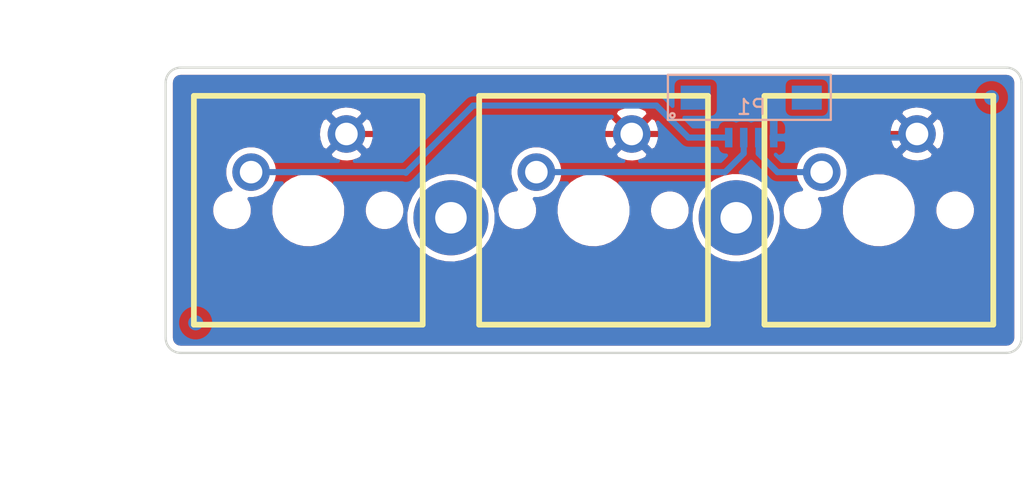
<source format=kicad_pcb>
(kicad_pcb (version 4) (host pcbnew 4.0.7)

  (general
    (links 6)
    (no_connects 0)
    (area 61.153026 53 133.370158 86.700001)
    (thickness 1.6)
    (drawings 13)
    (tracks 20)
    (zones 0)
    (modules 8)
    (nets 5)
  )

  (page A4)
  (layers
    (0 F.Cu signal)
    (31 B.Cu signal)
    (32 B.Adhes user)
    (33 F.Adhes user)
    (34 B.Paste user)
    (35 F.Paste user)
    (36 B.SilkS user)
    (37 F.SilkS user)
    (38 B.Mask user)
    (39 F.Mask user)
    (40 Dwgs.User user)
    (41 Cmts.User user)
    (42 Eco1.User user)
    (43 Eco2.User user)
    (44 Edge.Cuts user)
    (45 Margin user)
    (46 B.CrtYd user)
    (47 F.CrtYd user)
    (48 B.Fab user)
    (49 F.Fab user)
  )

  (setup
    (last_trace_width 0.4064)
    (trace_clearance 0.2023)
    (zone_clearance 0.4064)
    (zone_45_only no)
    (trace_min 0.2032)
    (segment_width 0.2)
    (edge_width 0.15)
    (via_size 1)
    (via_drill 0.4)
    (via_min_size 0.4)
    (via_min_drill 0.3)
    (uvia_size 0.3)
    (uvia_drill 0.1)
    (uvias_allowed no)
    (uvia_min_size 0.2)
    (uvia_min_drill 0.1)
    (pcb_text_width 0.3)
    (pcb_text_size 1.5 1.5)
    (mod_edge_width 0.15)
    (mod_text_size 1 1)
    (mod_text_width 0.15)
    (pad_size 1.524 1.524)
    (pad_drill 0.762)
    (pad_to_mask_clearance 0.2)
    (aux_axis_origin 76 57)
    (visible_elements FFFFFF7F)
    (pcbplotparams
      (layerselection 0x010f0_80000001)
      (usegerberextensions false)
      (excludeedgelayer true)
      (linewidth 0.100000)
      (plotframeref false)
      (viasonmask false)
      (mode 1)
      (useauxorigin false)
      (hpglpennumber 1)
      (hpglpenspeed 20)
      (hpglpendiameter 15)
      (hpglpenoverlay 2)
      (psnegative false)
      (psa4output false)
      (plotreference true)
      (plotvalue true)
      (plotinvisibletext false)
      (padsonsilk false)
      (subtractmaskfromsilk false)
      (outputformat 1)
      (mirror false)
      (drillshape 0)
      (scaleselection 1)
      (outputdirectory gerber))
  )

  (net 0 "")
  (net 1 "Net-(P1-Pad1)")
  (net 2 "Net-(P1-Pad2)")
  (net 3 "Net-(P1-Pad3)")
  (net 4 GND)

  (net_class Default "This is the default net class."
    (clearance 0.2023)
    (trace_width 0.4064)
    (via_dia 1)
    (via_drill 0.4)
    (uvia_dia 0.3)
    (uvia_drill 0.1)
    (add_net GND)
    (add_net "Net-(P1-Pad1)")
    (add_net "Net-(P1-Pad2)")
    (add_net "Net-(P1-Pad3)")
  )

  (net_class Power ""
    (clearance 0.2023)
    (trace_width 0.508)
    (via_dia 1)
    (via_drill 0.4)
    (uvia_dia 0.3)
    (uvia_drill 0.1)
  )

  (module connectors:connector-ffc-4p (layer B.Cu) (tedit 5A59BCB5) (tstamp 5A687390)
    (at 115 59)
    (path /5A658A59)
    (fp_text reference P1 (at 0.01 0.63) (layer B.SilkS)
      (effects (font (size 1 1) (thickness 0.15)) (justify mirror))
    )
    (fp_text value CONN_4 (at 8.67 -0.54) (layer B.Fab)
      (effects (font (size 1 1) (thickness 0.15)) (justify mirror))
    )
    (fp_line (start 4.5 -1.52) (end 5.31 -1.52) (layer B.SilkS) (width 0.15))
    (fp_line (start 5.3 1.47) (end 5.3 -1.51) (layer B.SilkS) (width 0.15))
    (fp_line (start 4.48 1.48) (end 5.3 1.48) (layer B.SilkS) (width 0.15))
    (fp_line (start 4.45 1.48) (end -5.55 1.48) (layer B.SilkS) (width 0.15))
    (fp_line (start -5.55 -1.52) (end 4.45 -1.52) (layer B.SilkS) (width 0.15))
    (fp_line (start -5.55 1.48) (end -5.55 -1.52) (layer B.SilkS) (width 0.15))
    (fp_circle (center -5.25 1.18) (end -5.1 1.18) (layer B.SilkS) (width 0.15))
    (pad S smd rect (at -3.7 0) (size 2 1.6) (layers B.Cu B.Paste B.Mask))
    (pad S smd rect (at 3.7 0) (size 2 1.6) (layers B.Cu B.Paste B.Mask))
    (pad 1 smd rect (at -1.5 2.66) (size 0.5 1.3) (layers B.Cu B.Paste B.Mask)
      (net 1 "Net-(P1-Pad1)"))
    (pad 2 smd rect (at -0.5 2.66) (size 0.5 1.3) (layers B.Cu B.Paste B.Mask)
      (net 2 "Net-(P1-Pad2)"))
    (pad 3 smd rect (at 0.5 2.66) (size 0.5 1.3) (layers B.Cu B.Paste B.Mask)
      (net 3 "Net-(P1-Pad3)"))
    (pad 4 smd rect (at 1.5 2.66) (size 0.5 1.3) (layers B.Cu B.Paste B.Mask)
      (net 4 GND))
  )

  (module mx1a:MX1A (layer F.Cu) (tedit 56CF6A34) (tstamp 5A68739D)
    (at 85.5 66.5)
    (path /5A65A026)
    (fp_text reference S1 (at -4.826 9.2075) (layer F.SilkS) hide
      (effects (font (thickness 0.3048)))
    )
    (fp_text value MX1A (at -5.08 -8.89) (layer F.SilkS) hide
      (effects (font (thickness 0.3048)))
    )
    (fp_line (start -7.62 -7.62) (end 7.62 -7.62) (layer F.SilkS) (width 0.381))
    (fp_line (start 7.62 -7.62) (end 7.62 7.62) (layer F.SilkS) (width 0.381))
    (fp_line (start 7.62 7.62) (end -7.62 7.62) (layer F.SilkS) (width 0.381))
    (fp_line (start -7.62 7.62) (end -7.62 -7.62) (layer F.SilkS) (width 0.381))
    (pad "" np_thru_hole circle (at 0 0) (size 3.98018 3.98018) (drill 3.98018) (layers *.Cu *.Mask))
    (pad 2 thru_hole circle (at 2.54 -5.08) (size 2.49936 2.49936) (drill 1.50114) (layers *.Cu *.Mask)
      (net 4 GND))
    (pad 1 thru_hole circle (at -3.81 -2.54) (size 2.49936 2.49936) (drill 1.50114) (layers *.Cu *.Mask)
      (net 1 "Net-(P1-Pad1)"))
    (pad "" np_thru_hole circle (at -5.08 0) (size 1.69926 1.69926) (drill 1.69926) (layers *.Cu *.Mask))
    (pad "" np_thru_hole circle (at 5.08 0) (size 1.69926 1.69926) (drill 1.69926) (layers *.Cu *.Mask))
    (model ${KIPRJMOD}/lib/mx1a.pretty/cherrymx.wrl
      (at (xyz 0 0 0))
      (scale (xyz 1 1 1))
      (rotate (xyz 0 0 0))
    )
  )

  (module mx1a:MX1A (layer F.Cu) (tedit 56CF6A34) (tstamp 5A6873AA)
    (at 104.5 66.5)
    (path /5A65A059)
    (fp_text reference S2 (at -4.826 9.2075) (layer F.SilkS) hide
      (effects (font (thickness 0.3048)))
    )
    (fp_text value MX1A (at -5.08 -8.89) (layer F.SilkS) hide
      (effects (font (thickness 0.3048)))
    )
    (fp_line (start -7.62 -7.62) (end 7.62 -7.62) (layer F.SilkS) (width 0.381))
    (fp_line (start 7.62 -7.62) (end 7.62 7.62) (layer F.SilkS) (width 0.381))
    (fp_line (start 7.62 7.62) (end -7.62 7.62) (layer F.SilkS) (width 0.381))
    (fp_line (start -7.62 7.62) (end -7.62 -7.62) (layer F.SilkS) (width 0.381))
    (pad "" np_thru_hole circle (at 0 0) (size 3.98018 3.98018) (drill 3.98018) (layers *.Cu *.Mask))
    (pad 2 thru_hole circle (at 2.54 -5.08) (size 2.49936 2.49936) (drill 1.50114) (layers *.Cu *.Mask)
      (net 4 GND))
    (pad 1 thru_hole circle (at -3.81 -2.54) (size 2.49936 2.49936) (drill 1.50114) (layers *.Cu *.Mask)
      (net 2 "Net-(P1-Pad2)"))
    (pad "" np_thru_hole circle (at -5.08 0) (size 1.69926 1.69926) (drill 1.69926) (layers *.Cu *.Mask))
    (pad "" np_thru_hole circle (at 5.08 0) (size 1.69926 1.69926) (drill 1.69926) (layers *.Cu *.Mask))
    (model ${KIPRJMOD}/lib/mx1a.pretty/cherrymx.wrl
      (at (xyz 0 0 0))
      (scale (xyz 1 1 1))
      (rotate (xyz 0 0 0))
    )
  )

  (module mx1a:MX1A (layer F.Cu) (tedit 56CF6A34) (tstamp 5A6873B7)
    (at 123.5 66.5)
    (path /5A65A080)
    (fp_text reference S3 (at -4.826 9.2075) (layer F.SilkS) hide
      (effects (font (thickness 0.3048)))
    )
    (fp_text value MX1A (at -5.08 -8.89) (layer F.SilkS) hide
      (effects (font (thickness 0.3048)))
    )
    (fp_line (start -7.62 -7.62) (end 7.62 -7.62) (layer F.SilkS) (width 0.381))
    (fp_line (start 7.62 -7.62) (end 7.62 7.62) (layer F.SilkS) (width 0.381))
    (fp_line (start 7.62 7.62) (end -7.62 7.62) (layer F.SilkS) (width 0.381))
    (fp_line (start -7.62 7.62) (end -7.62 -7.62) (layer F.SilkS) (width 0.381))
    (pad "" np_thru_hole circle (at 0 0) (size 3.98018 3.98018) (drill 3.98018) (layers *.Cu *.Mask))
    (pad 2 thru_hole circle (at 2.54 -5.08) (size 2.49936 2.49936) (drill 1.50114) (layers *.Cu *.Mask)
      (net 4 GND))
    (pad 1 thru_hole circle (at -3.81 -2.54) (size 2.49936 2.49936) (drill 1.50114) (layers *.Cu *.Mask)
      (net 3 "Net-(P1-Pad3)"))
    (pad "" np_thru_hole circle (at -5.08 0) (size 1.69926 1.69926) (drill 1.69926) (layers *.Cu *.Mask))
    (pad "" np_thru_hole circle (at 5.08 0) (size 1.69926 1.69926) (drill 1.69926) (layers *.Cu *.Mask))
    (model ${KIPRJMOD}/lib/mx1a.pretty/cherrymx.wrl
      (at (xyz 0 0 0))
      (scale (xyz 1 1 1))
      (rotate (xyz 0 0 0))
    )
  )

  (module connectors:M2 (layer F.Cu) (tedit 5A5CFD90) (tstamp 5A68759B)
    (at 95 67)
    (attr virtual)
    (fp_text reference HOLE (at 0 5.08) (layer F.SilkS) hide
      (effects (font (thickness 0.3048)))
    )
    (fp_text value VAL** (at 0.508 -4.826) (layer F.SilkS) hide
      (effects (font (thickness 0.3048)))
    )
    (pad 1 thru_hole circle (at 0 0) (size 5 5) (drill 2.1) (layers *.Cu *.Mask))
    (model cherry_mx1.wrl
      (at (xyz 0 0 0))
      (scale (xyz 1 1 1))
      (rotate (xyz 0 0 0))
    )
  )

  (module connectors:M2 (layer F.Cu) (tedit 5A5CFD90) (tstamp 5A6875A0)
    (at 114 67)
    (attr virtual)
    (fp_text reference HOLE (at 0 5.08) (layer F.SilkS) hide
      (effects (font (thickness 0.3048)))
    )
    (fp_text value VAL** (at 0.508 -4.826) (layer F.SilkS) hide
      (effects (font (thickness 0.3048)))
    )
    (pad 1 thru_hole circle (at 0 0) (size 5 5) (drill 2.1) (layers *.Cu *.Mask))
    (model cherry_mx1.wrl
      (at (xyz 0 0 0))
      (scale (xyz 1 1 1))
      (rotate (xyz 0 0 0))
    )
  )

  (module hole:FIDUCIAL (layer B.Cu) (tedit 56D0D8D0) (tstamp 5A68784D)
    (at 78 74)
    (fp_text reference REF** (at 0.025 -2.45) (layer B.SilkS) hide
      (effects (font (size 1 1) (thickness 0.15)) (justify mirror))
    )
    (fp_text value fid (at 0.025 2.55) (layer B.Fab) hide
      (effects (font (size 1 1) (thickness 0.15)) (justify mirror))
    )
    (pad 1 connect circle (at 0 0) (size 1 1) (layers B.Cu B.Mask)
      (solder_mask_margin 0.5) (clearance 0.6))
  )

  (module hole:FIDUCIAL (layer B.Cu) (tedit 56D0D8D0) (tstamp 5A687852)
    (at 131 59)
    (fp_text reference REF** (at 0.025 -2.45) (layer B.SilkS) hide
      (effects (font (size 1 1) (thickness 0.15)) (justify mirror))
    )
    (fp_text value fid (at 0.025 2.55) (layer B.Fab) hide
      (effects (font (size 1 1) (thickness 0.15)) (justify mirror))
    )
    (pad 1 connect circle (at 0 0) (size 1 1) (layers B.Cu B.Mask)
      (solder_mask_margin 0.5) (clearance 0.6))
  )

  (dimension 18.02 (width 0.3) (layer Cmts.User)
    (gr_text "18.020 mm" (at 124.01 54.35) (layer Cmts.User)
      (effects (font (size 1.5 1.5) (thickness 0.3)))
    )
    (feature1 (pts (xy 133.02 59.1) (xy 133.02 53)))
    (feature2 (pts (xy 115 59.1) (xy 115 53)))
    (crossbar (pts (xy 115 55.7) (xy 133.02 55.7)))
    (arrow1a (pts (xy 133.02 55.7) (xy 131.893496 56.286421)))
    (arrow1b (pts (xy 133.02 55.7) (xy 131.893496 55.113579)))
    (arrow2a (pts (xy 115 55.7) (xy 116.126504 56.286421)))
    (arrow2b (pts (xy 115 55.7) (xy 116.126504 55.113579)))
  )
  (dimension 57 (width 0.3) (layer Cmts.User)
    (gr_text "57.000 mm" (at 104.5 85.35) (layer Cmts.User)
      (effects (font (size 1.5 1.5) (thickness 0.3)))
    )
    (feature1 (pts (xy 133 70) (xy 133 86.7)))
    (feature2 (pts (xy 76 70) (xy 76 86.7)))
    (crossbar (pts (xy 76 84) (xy 133 84)))
    (arrow1a (pts (xy 133 84) (xy 131.873496 84.586421)))
    (arrow1b (pts (xy 133 84) (xy 131.873496 83.413579)))
    (arrow2a (pts (xy 76 84) (xy 77.126504 84.586421)))
    (arrow2b (pts (xy 76 84) (xy 77.126504 83.413579)))
  )
  (dimension 19 (width 0.3) (layer Cmts.User)
    (gr_text "19.000 mm" (at 123.5 79.35) (layer Cmts.User)
      (effects (font (size 1.5 1.5) (thickness 0.3)))
    )
    (feature1 (pts (xy 133 67) (xy 133 80.7)))
    (feature2 (pts (xy 114 67) (xy 114 80.7)))
    (crossbar (pts (xy 114 78) (xy 133 78)))
    (arrow1a (pts (xy 133 78) (xy 131.873496 78.586421)))
    (arrow1b (pts (xy 133 78) (xy 131.873496 77.413579)))
    (arrow2a (pts (xy 114 78) (xy 115.126504 78.586421)))
    (arrow2b (pts (xy 114 78) (xy 115.126504 77.413579)))
  )
  (dimension 19 (width 0.3) (layer Cmts.User)
    (gr_text "19.000 mm" (at 85.5 78.35) (layer Cmts.User)
      (effects (font (size 1.5 1.5) (thickness 0.3)))
    )
    (feature1 (pts (xy 76 67) (xy 76 79.7)))
    (feature2 (pts (xy 95 67) (xy 95 79.7)))
    (crossbar (pts (xy 95 77) (xy 76 77)))
    (arrow1a (pts (xy 76 77) (xy 77.126504 76.413579)))
    (arrow1b (pts (xy 76 77) (xy 77.126504 77.586421)))
    (arrow2a (pts (xy 95 77) (xy 93.873496 76.413579)))
    (arrow2b (pts (xy 95 77) (xy 93.873496 77.586421)))
  )
  (gr_line (start 76 75) (end 76 58) (layer Edge.Cuts) (width 0.15))
  (gr_line (start 132 76) (end 77 76) (layer Edge.Cuts) (width 0.15))
  (gr_line (start 133 58) (end 133 75) (layer Edge.Cuts) (width 0.15))
  (gr_line (start 77 57) (end 132 57) (layer Edge.Cuts) (width 0.15))
  (gr_arc (start 77 75) (end 77 76) (angle 90) (layer Edge.Cuts) (width 0.15))
  (gr_arc (start 77 58) (end 76 58) (angle 90) (layer Edge.Cuts) (width 0.15))
  (gr_arc (start 132 58) (end 132 57) (angle 90) (layer Edge.Cuts) (width 0.15))
  (gr_arc (start 132 75) (end 133 75) (angle 90) (layer Edge.Cuts) (width 0.15))
  (dimension 19.000379 (width 0.3) (layer Cmts.User)
    (gr_text "19.000 mm" (at 67.653025 66.543223 270.3618633) (layer Cmts.User)
      (effects (font (size 1.5 1.5) (thickness 0.3)))
    )
    (feature1 (pts (xy 76.14 75.99) (xy 66.363052 76.051749)))
    (feature2 (pts (xy 76.02 56.99) (xy 66.243052 57.051749)))
    (crossbar (pts (xy 68.942998 57.034697) (xy 69.062998 76.034697)))
    (arrow1a (pts (xy 69.062998 76.034697) (xy 68.469474 74.911919)))
    (arrow1b (pts (xy 69.062998 76.034697) (xy 69.642292 74.904512)))
    (arrow2a (pts (xy 68.942998 57.034697) (xy 68.363704 58.164882)))
    (arrow2b (pts (xy 68.942998 57.034697) (xy 69.536522 58.157475)))
  )

  (segment (start 113.5 61.66) (end 110.820329 61.66) (width 0.4064) (layer B.Cu) (net 1))
  (segment (start 110.820329 61.66) (end 108.687274 59.526945) (width 0.4064) (layer B.Cu) (net 1))
  (segment (start 108.687274 59.526945) (end 96.473055 59.526945) (width 0.4064) (layer B.Cu) (net 1))
  (segment (start 96.473055 59.526945) (end 92 64) (width 0.4064) (layer B.Cu) (net 1))
  (segment (start 92 64) (end 91.96 63.96) (width 0.4064) (layer B.Cu) (net 1))
  (segment (start 91.96 63.96) (end 81.69 63.96) (width 0.4064) (layer B.Cu) (net 1))
  (segment (start 114.5 61.66) (end 114.5 62.7164) (width 0.4064) (layer B.Cu) (net 2))
  (segment (start 114.5 62.7164) (end 113.2564 63.96) (width 0.4064) (layer B.Cu) (net 2))
  (segment (start 102.457314 63.96) (end 100.69 63.96) (width 0.4064) (layer B.Cu) (net 2))
  (segment (start 113.2564 63.96) (end 102.457314 63.96) (width 0.4064) (layer B.Cu) (net 2))
  (segment (start 115.5 61.66) (end 115.5 62.7164) (width 0.4064) (layer B.Cu) (net 3))
  (segment (start 115.5 62.7164) (end 116.7436 63.96) (width 0.4064) (layer B.Cu) (net 3))
  (segment (start 116.7436 63.96) (end 117.922686 63.96) (width 0.4064) (layer B.Cu) (net 3))
  (segment (start 117.922686 63.96) (end 119.69 63.96) (width 0.4064) (layer B.Cu) (net 3))
  (segment (start 119.69 63.96) (end 119.422504 63.692504) (width 0.4064) (layer B.Cu) (net 3))
  (segment (start 107.04 61.42) (end 105.272686 61.42) (width 0.4064) (layer F.Cu) (net 4))
  (segment (start 105.272686 61.42) (end 88.04 61.42) (width 0.4064) (layer F.Cu) (net 4))
  (segment (start 116.5 61.66) (end 125.8 61.66) (width 0.4064) (layer B.Cu) (net 4))
  (segment (start 125.8 61.66) (end 126.04 61.42) (width 0.4064) (layer B.Cu) (net 4))
  (segment (start 107.04 61.42) (end 126.04 61.42) (width 0.4064) (layer F.Cu) (net 4) (status 30))

  (zone (net 4) (net_name GND) (layer B.Cu) (tstamp 0) (hatch edge 0.508)
    (connect_pads (clearance 0.4064))
    (min_thickness 0.254)
    (fill yes (mode segment) (arc_segments 32) (thermal_gap 0.508) (thermal_bridge_width 0.508))
    (polygon
      (pts
        (xy 76 57) (xy 133 57) (xy 133 76) (xy 76 76)
      )
    )
    (filled_polygon
      (pts
        (xy 132.075495 57.61872) (xy 132.148112 57.640644) (xy 132.215095 57.67626) (xy 132.27388 57.724203) (xy 132.322231 57.78265)
        (xy 132.358311 57.849378) (xy 132.380744 57.921847) (xy 132.3916 58.025134) (xy 132.3916 74.970247) (xy 132.38128 75.075494)
        (xy 132.359355 75.148116) (xy 132.323741 75.215094) (xy 132.275797 75.27388) (xy 132.217351 75.322231) (xy 132.150622 75.358311)
        (xy 132.078153 75.380744) (xy 131.974866 75.3916) (xy 77.029753 75.3916) (xy 76.924506 75.38128) (xy 76.851884 75.359355)
        (xy 76.784906 75.323741) (xy 76.72612 75.275797) (xy 76.677769 75.217351) (xy 76.641689 75.150622) (xy 76.619256 75.078153)
        (xy 76.6084 74.974866) (xy 76.6084 74.10317) (xy 76.771387 74.10317) (xy 76.814825 74.339843) (xy 76.903406 74.563573)
        (xy 77.033755 74.765836) (xy 77.200909 74.938929) (xy 77.3985 75.076258) (xy 77.619002 75.172593) (xy 77.854015 75.224264)
        (xy 78.09459 75.229303) (xy 78.331561 75.187519) (xy 78.555904 75.100502) (xy 78.759072 74.971568) (xy 78.933327 74.805626)
        (xy 79.072032 74.608999) (xy 79.169904 74.389175) (xy 79.223215 74.154528) (xy 79.227053 73.879686) (xy 79.180315 73.643642)
        (xy 79.088619 73.421171) (xy 78.955458 73.220748) (xy 78.785904 73.050006) (xy 78.586415 72.915449) (xy 78.364589 72.822202)
        (xy 78.128877 72.773817) (xy 77.888256 72.772137) (xy 77.651891 72.817226) (xy 77.428785 72.907367) (xy 77.227437 73.039125)
        (xy 77.055515 73.207483) (xy 76.919569 73.406028) (xy 76.824776 73.627197) (xy 76.774747 73.862566) (xy 76.771387 74.10317)
        (xy 76.6084 74.10317) (xy 76.6084 66.616289) (xy 79.035152 66.616289) (xy 79.084113 66.883059) (xy 79.183958 67.135239)
        (xy 79.330884 67.363223) (xy 79.519294 67.558327) (xy 79.742011 67.713119) (xy 79.990552 67.821704) (xy 80.255451 67.879946)
        (xy 80.526618 67.885626) (xy 80.793724 67.838528) (xy 81.046594 67.740446) (xy 81.275598 67.595116) (xy 81.472013 67.408073)
        (xy 81.628356 67.186442) (xy 81.738674 66.938664) (xy 81.798764 66.674178) (xy 81.803089 66.364387) (xy 81.750408 66.098326)
        (xy 81.647052 65.847565) (xy 81.576361 65.741167) (xy 81.827458 65.746427) (xy 82.171826 65.685706) (xy 82.497841 65.559253)
        (xy 82.793086 65.371885) (xy 83.046314 65.130739) (xy 83.247881 64.845) (xy 83.313953 64.6966) (xy 83.734697 64.6966)
        (xy 83.557541 64.870083) (xy 83.277949 65.278417) (xy 83.082994 65.733281) (xy 82.980103 66.217348) (xy 82.973193 66.712182)
        (xy 83.062529 67.198934) (xy 83.244707 67.659063) (xy 83.512789 68.075044) (xy 83.856562 68.431033) (xy 84.262934 68.713469)
        (xy 84.716426 68.911594) (xy 85.199763 69.017863) (xy 85.694536 69.028227) (xy 86.1819 68.942291) (xy 86.64329 68.76333)
        (xy 87.061133 68.498159) (xy 87.419512 68.156879) (xy 87.704778 67.752488) (xy 87.906065 67.300391) (xy 88.015705 66.817807)
        (xy 88.018518 66.616289) (xy 89.195152 66.616289) (xy 89.244113 66.883059) (xy 89.343958 67.135239) (xy 89.490884 67.363223)
        (xy 89.679294 67.558327) (xy 89.902011 67.713119) (xy 90.150552 67.821704) (xy 90.415451 67.879946) (xy 90.686618 67.885626)
        (xy 90.953724 67.838528) (xy 91.206594 67.740446) (xy 91.435598 67.595116) (xy 91.632013 67.408073) (xy 91.739953 67.255057)
        (xy 91.962613 67.255057) (xy 92.07 67.840164) (xy 92.28899 68.39327) (xy 92.611242 68.893306) (xy 93.024481 69.321227)
        (xy 93.512966 69.660734) (xy 94.058092 69.898893) (xy 94.639096 70.026635) (xy 95.233846 70.039094) (xy 95.819688 69.935794)
        (xy 96.374309 69.72067) (xy 96.876584 69.401917) (xy 97.307379 68.991676) (xy 97.650287 68.505573) (xy 97.892247 67.962123)
        (xy 98.024042 67.382025) (xy 98.03353 66.70256) (xy 97.917984 66.119009) (xy 97.691292 65.569015) (xy 97.36209 65.073526)
        (xy 96.942917 64.651416) (xy 96.449739 64.318763) (xy 95.901341 64.088238) (xy 95.318611 63.968621) (xy 94.723745 63.964468)
        (xy 94.139401 64.075937) (xy 93.587838 64.298783) (xy 93.090063 64.624518) (xy 92.665038 65.040734) (xy 92.32895 65.531578)
        (xy 92.094601 66.078353) (xy 91.970919 66.660234) (xy 91.962613 67.255057) (xy 91.739953 67.255057) (xy 91.788356 67.186442)
        (xy 91.898674 66.938664) (xy 91.958764 66.674178) (xy 91.963089 66.364387) (xy 91.910408 66.098326) (xy 91.807052 65.847565)
        (xy 91.656957 65.621655) (xy 91.465842 65.429201) (xy 91.240985 65.277533) (xy 90.990952 65.172429) (xy 90.725266 65.117891)
        (xy 90.454046 65.115998) (xy 90.187624 65.16682) (xy 89.936147 65.268423) (xy 89.709195 65.416937) (xy 89.515411 65.606704)
        (xy 89.362177 65.830496) (xy 89.25533 66.07979) (xy 89.198939 66.345089) (xy 89.195152 66.616289) (xy 88.018518 66.616289)
        (xy 88.023598 66.252559) (xy 87.927475 65.767102) (xy 87.73889 65.309561) (xy 87.465027 64.897363) (xy 87.26566 64.6966)
        (xy 91.771103 64.6966) (xy 91.783213 64.700302) (xy 91.849368 64.721034) (xy 91.851937 64.721313) (xy 91.854406 64.722068)
        (xy 91.923366 64.729073) (xy 91.992286 64.73656) (xy 91.994859 64.736335) (xy 91.997429 64.736596) (xy 92.066428 64.730074)
        (xy 92.135499 64.724031) (xy 92.137981 64.72331) (xy 92.140551 64.723067) (xy 92.206951 64.703272) (xy 92.273549 64.683923)
        (xy 92.275843 64.682734) (xy 92.278318 64.681996) (xy 92.339621 64.649674) (xy 92.401181 64.617765) (xy 92.4032 64.616153)
        (xy 92.405484 64.614949) (xy 92.459368 64.571315) (xy 92.513531 64.528077) (xy 92.517061 64.524597) (xy 92.517207 64.524478)
        (xy 92.517327 64.524333) (xy 92.520855 64.520855) (xy 96.778165 60.263545) (xy 105.703937 60.263545) (xy 105.726622 60.28623)
        (xy 105.436685 60.412104) (xy 105.270861 60.744262) (xy 105.173025 61.102387) (xy 105.146935 61.472719) (xy 105.193595 61.841025)
        (xy 105.311211 62.193151) (xy 105.436685 62.427896) (xy 105.726623 62.553771) (xy 106.860395 61.42) (xy 106.846252 61.405858)
        (xy 107.025858 61.226252) (xy 107.04 61.240395) (xy 107.054142 61.226252) (xy 107.233748 61.405858) (xy 107.219605 61.42)
        (xy 108.353377 62.553771) (xy 108.643315 62.427896) (xy 108.809139 62.095738) (xy 108.906975 61.737613) (xy 108.933065 61.367281)
        (xy 108.886405 60.998975) (xy 108.770455 60.651836) (xy 110.299474 62.180855) (xy 110.352041 62.224034) (xy 110.404174 62.267779)
        (xy 110.407569 62.269646) (xy 110.410561 62.272103) (xy 110.470507 62.304245) (xy 110.530151 62.337035) (xy 110.533844 62.338206)
        (xy 110.537256 62.340036) (xy 110.602302 62.359923) (xy 110.667181 62.380504) (xy 110.671031 62.380936) (xy 110.674734 62.382068)
        (xy 110.742449 62.388946) (xy 110.810044 62.396528) (xy 110.81761 62.396581) (xy 110.817758 62.396596) (xy 110.817896 62.396583)
        (xy 110.820329 62.3966) (xy 112.721307 62.3966) (xy 112.76541 62.539012) (xy 112.848396 62.664949) (xy 112.963183 62.762781)
        (xy 113.10068 62.82476) (xy 113.25 62.84598) (xy 113.32871 62.84598) (xy 112.95129 63.2234) (xy 107.589776 63.2234)
        (xy 107.813151 63.148789) (xy 108.047896 63.023315) (xy 108.173771 62.733377) (xy 107.04 61.599605) (xy 105.906229 62.733377)
        (xy 106.032104 63.023315) (xy 106.364262 63.189139) (xy 106.489673 63.2234) (xy 102.315079 63.2234) (xy 102.271984 63.118844)
        (xy 102.078474 62.827588) (xy 101.832078 62.579465) (xy 101.54218 62.383927) (xy 101.219822 62.24842) (xy 100.877284 62.178107)
        (xy 100.527613 62.175666) (xy 100.184127 62.241189) (xy 99.859909 62.372182) (xy 99.567309 62.563654) (xy 99.317472 62.808312)
        (xy 99.119914 63.096838) (xy 98.982161 63.418241) (xy 98.909458 63.76028) (xy 98.904576 64.109926) (xy 98.9677 64.453862)
        (xy 99.096426 64.778986) (xy 99.28585 65.072915) (xy 99.327681 65.116233) (xy 99.294046 65.115998) (xy 99.027624 65.16682)
        (xy 98.776147 65.268423) (xy 98.549195 65.416937) (xy 98.355411 65.606704) (xy 98.202177 65.830496) (xy 98.09533 66.07979)
        (xy 98.038939 66.345089) (xy 98.035152 66.616289) (xy 98.084113 66.883059) (xy 98.183958 67.135239) (xy 98.330884 67.363223)
        (xy 98.519294 67.558327) (xy 98.742011 67.713119) (xy 98.990552 67.821704) (xy 99.255451 67.879946) (xy 99.526618 67.885626)
        (xy 99.793724 67.838528) (xy 100.046594 67.740446) (xy 100.275598 67.595116) (xy 100.472013 67.408073) (xy 100.628356 67.186442)
        (xy 100.738674 66.938664) (xy 100.798764 66.674178) (xy 100.803089 66.364387) (xy 100.750408 66.098326) (xy 100.647052 65.847565)
        (xy 100.576361 65.741167) (xy 100.827458 65.746427) (xy 101.171826 65.685706) (xy 101.497841 65.559253) (xy 101.793086 65.371885)
        (xy 102.046314 65.130739) (xy 102.247881 64.845) (xy 102.313953 64.6966) (xy 102.734697 64.6966) (xy 102.557541 64.870083)
        (xy 102.277949 65.278417) (xy 102.082994 65.733281) (xy 101.980103 66.217348) (xy 101.973193 66.712182) (xy 102.062529 67.198934)
        (xy 102.244707 67.659063) (xy 102.512789 68.075044) (xy 102.856562 68.431033) (xy 103.262934 68.713469) (xy 103.716426 68.911594)
        (xy 104.199763 69.017863) (xy 104.694536 69.028227) (xy 105.1819 68.942291) (xy 105.64329 68.76333) (xy 106.061133 68.498159)
        (xy 106.419512 68.156879) (xy 106.704778 67.752488) (xy 106.906065 67.300391) (xy 107.015705 66.817807) (xy 107.018518 66.616289)
        (xy 108.195152 66.616289) (xy 108.244113 66.883059) (xy 108.343958 67.135239) (xy 108.490884 67.363223) (xy 108.679294 67.558327)
        (xy 108.902011 67.713119) (xy 109.150552 67.821704) (xy 109.415451 67.879946) (xy 109.686618 67.885626) (xy 109.953724 67.838528)
        (xy 110.206594 67.740446) (xy 110.435598 67.595116) (xy 110.632013 67.408073) (xy 110.788356 67.186442) (xy 110.898674 66.938664)
        (xy 110.958764 66.674178) (xy 110.963089 66.364387) (xy 110.910408 66.098326) (xy 110.807052 65.847565) (xy 110.656957 65.621655)
        (xy 110.465842 65.429201) (xy 110.240985 65.277533) (xy 109.990952 65.172429) (xy 109.725266 65.117891) (xy 109.454046 65.115998)
        (xy 109.187624 65.16682) (xy 108.936147 65.268423) (xy 108.709195 65.416937) (xy 108.515411 65.606704) (xy 108.362177 65.830496)
        (xy 108.25533 66.07979) (xy 108.198939 66.345089) (xy 108.195152 66.616289) (xy 107.018518 66.616289) (xy 107.023598 66.252559)
        (xy 106.927475 65.767102) (xy 106.73889 65.309561) (xy 106.465027 64.897363) (xy 106.26566 64.6966) (xy 112.016455 64.6966)
        (xy 111.665038 65.040734) (xy 111.32895 65.531578) (xy 111.094601 66.078353) (xy 110.970919 66.660234) (xy 110.962613 67.255057)
        (xy 111.07 67.840164) (xy 111.28899 68.39327) (xy 111.611242 68.893306) (xy 112.024481 69.321227) (xy 112.512966 69.660734)
        (xy 113.058092 69.898893) (xy 113.639096 70.026635) (xy 114.233846 70.039094) (xy 114.819688 69.935794) (xy 115.374309 69.72067)
        (xy 115.876584 69.401917) (xy 116.307379 68.991676) (xy 116.650287 68.505573) (xy 116.892247 67.962123) (xy 117.024042 67.382025)
        (xy 117.03353 66.70256) (xy 116.917984 66.119009) (xy 116.691292 65.569015) (xy 116.36209 65.073526) (xy 115.942917 64.651416)
        (xy 115.449739 64.318763) (xy 114.901341 64.088238) (xy 114.318611 63.968621) (xy 114.289691 63.968419) (xy 115 63.25811)
        (xy 116.222745 64.480855) (xy 116.275312 64.524034) (xy 116.327445 64.567779) (xy 116.33084 64.569646) (xy 116.333832 64.572103)
        (xy 116.393813 64.604265) (xy 116.453422 64.637035) (xy 116.457111 64.638205) (xy 116.460527 64.640037) (xy 116.525618 64.659937)
        (xy 116.590452 64.680504) (xy 116.594302 64.680936) (xy 116.598005 64.682068) (xy 116.66572 64.688946) (xy 116.733315 64.696528)
        (xy 116.740881 64.696581) (xy 116.741029 64.696596) (xy 116.741167 64.696583) (xy 116.7436 64.6966) (xy 118.063807 64.6966)
        (xy 118.096426 64.778986) (xy 118.28585 65.072915) (xy 118.327681 65.116233) (xy 118.294046 65.115998) (xy 118.027624 65.16682)
        (xy 117.776147 65.268423) (xy 117.549195 65.416937) (xy 117.355411 65.606704) (xy 117.202177 65.830496) (xy 117.09533 66.07979)
        (xy 117.038939 66.345089) (xy 117.035152 66.616289) (xy 117.084113 66.883059) (xy 117.183958 67.135239) (xy 117.330884 67.363223)
        (xy 117.519294 67.558327) (xy 117.742011 67.713119) (xy 117.990552 67.821704) (xy 118.255451 67.879946) (xy 118.526618 67.885626)
        (xy 118.793724 67.838528) (xy 119.046594 67.740446) (xy 119.275598 67.595116) (xy 119.472013 67.408073) (xy 119.628356 67.186442)
        (xy 119.738674 66.938664) (xy 119.790129 66.712182) (xy 120.973193 66.712182) (xy 121.062529 67.198934) (xy 121.244707 67.659063)
        (xy 121.512789 68.075044) (xy 121.856562 68.431033) (xy 122.262934 68.713469) (xy 122.716426 68.911594) (xy 123.199763 69.017863)
        (xy 123.694536 69.028227) (xy 124.1819 68.942291) (xy 124.64329 68.76333) (xy 125.061133 68.498159) (xy 125.419512 68.156879)
        (xy 125.704778 67.752488) (xy 125.906065 67.300391) (xy 126.015705 66.817807) (xy 126.018518 66.616289) (xy 127.195152 66.616289)
        (xy 127.244113 66.883059) (xy 127.343958 67.135239) (xy 127.490884 67.363223) (xy 127.679294 67.558327) (xy 127.902011 67.713119)
        (xy 128.150552 67.821704) (xy 128.415451 67.879946) (xy 128.686618 67.885626) (xy 128.953724 67.838528) (xy 129.206594 67.740446)
        (xy 129.435598 67.595116) (xy 129.632013 67.408073) (xy 129.788356 67.186442) (xy 129.898674 66.938664) (xy 129.958764 66.674178)
        (xy 129.963089 66.364387) (xy 129.910408 66.098326) (xy 129.807052 65.847565) (xy 129.656957 65.621655) (xy 129.465842 65.429201)
        (xy 129.240985 65.277533) (xy 128.990952 65.172429) (xy 128.725266 65.117891) (xy 128.454046 65.115998) (xy 128.187624 65.16682)
        (xy 127.936147 65.268423) (xy 127.709195 65.416937) (xy 127.515411 65.606704) (xy 127.362177 65.830496) (xy 127.25533 66.07979)
        (xy 127.198939 66.345089) (xy 127.195152 66.616289) (xy 126.018518 66.616289) (xy 126.023598 66.252559) (xy 125.927475 65.767102)
        (xy 125.73889 65.309561) (xy 125.465027 64.897363) (xy 125.116316 64.54621) (xy 124.70604 64.269475) (xy 124.249827 64.077701)
        (xy 123.765053 63.978191) (xy 123.270183 63.974736) (xy 122.784067 64.067468) (xy 122.32522 64.252854) (xy 121.911121 64.523833)
        (xy 121.557541 64.870083) (xy 121.277949 65.278417) (xy 121.082994 65.733281) (xy 120.980103 66.217348) (xy 120.973193 66.712182)
        (xy 119.790129 66.712182) (xy 119.798764 66.674178) (xy 119.803089 66.364387) (xy 119.750408 66.098326) (xy 119.647052 65.847565)
        (xy 119.576361 65.741167) (xy 119.827458 65.746427) (xy 120.171826 65.685706) (xy 120.497841 65.559253) (xy 120.793086 65.371885)
        (xy 121.046314 65.130739) (xy 121.247881 64.845) (xy 121.390109 64.525551) (xy 121.46758 64.184561) (xy 121.473157 63.78516)
        (xy 121.405237 63.442139) (xy 121.271984 63.118844) (xy 121.078474 62.827588) (xy 120.984919 62.733377) (xy 124.906229 62.733377)
        (xy 125.032104 63.023315) (xy 125.364262 63.189139) (xy 125.722387 63.286975) (xy 126.092719 63.313065) (xy 126.461025 63.266405)
        (xy 126.813151 63.148789) (xy 127.047896 63.023315) (xy 127.173771 62.733377) (xy 126.04 61.599605) (xy 124.906229 62.733377)
        (xy 120.984919 62.733377) (xy 120.832078 62.579465) (xy 120.54218 62.383927) (xy 120.219822 62.24842) (xy 119.877284 62.178107)
        (xy 119.527613 62.175666) (xy 119.184127 62.241189) (xy 118.859909 62.372182) (xy 118.567309 62.563654) (xy 118.317472 62.808312)
        (xy 118.119914 63.096838) (xy 118.06567 63.2234) (xy 117.04871 63.2234) (xy 116.627002 62.801692) (xy 116.627002 62.788252)
        (xy 116.78375 62.945) (xy 116.812542 62.945) (xy 116.935223 62.920597) (xy 117.050785 62.87273) (xy 117.154789 62.803237)
        (xy 117.243237 62.714789) (xy 117.31273 62.610785) (xy 117.360597 62.495223) (xy 117.385 62.372542) (xy 117.385 61.94575)
        (xy 117.22625 61.787) (xy 116.625 61.787) (xy 116.625 61.807) (xy 116.375 61.807) (xy 116.375 61.787)
        (xy 116.353 61.787) (xy 116.353 61.533) (xy 116.375 61.533) (xy 116.375 60.53375) (xy 116.625 60.53375)
        (xy 116.625 61.533) (xy 117.22625 61.533) (xy 117.286531 61.472719) (xy 124.146935 61.472719) (xy 124.193595 61.841025)
        (xy 124.311211 62.193151) (xy 124.436685 62.427896) (xy 124.726623 62.553771) (xy 125.860395 61.42) (xy 126.219605 61.42)
        (xy 127.353377 62.553771) (xy 127.643315 62.427896) (xy 127.809139 62.095738) (xy 127.906975 61.737613) (xy 127.933065 61.367281)
        (xy 127.886405 60.998975) (xy 127.768789 60.646849) (xy 127.643315 60.412104) (xy 127.353377 60.286229) (xy 126.219605 61.42)
        (xy 125.860395 61.42) (xy 124.726623 60.286229) (xy 124.436685 60.412104) (xy 124.270861 60.744262) (xy 124.173025 61.102387)
        (xy 124.146935 61.472719) (xy 117.286531 61.472719) (xy 117.385 61.37425) (xy 117.385 60.947458) (xy 117.360597 60.824777)
        (xy 117.31273 60.709215) (xy 117.243237 60.605211) (xy 117.154789 60.516763) (xy 117.050785 60.44727) (xy 116.935223 60.399403)
        (xy 116.812542 60.375) (xy 116.78375 60.375) (xy 116.625 60.53375) (xy 116.375 60.53375) (xy 116.21625 60.375)
        (xy 116.187458 60.375) (xy 116.064777 60.399403) (xy 115.949215 60.44727) (xy 115.881263 60.492674) (xy 115.75 60.47402)
        (xy 115.25 60.47402) (xy 115.165058 60.480794) (xy 115.020988 60.52541) (xy 114.998754 60.540061) (xy 114.89932 60.49524)
        (xy 114.75 60.47402) (xy 114.25 60.47402) (xy 114.165058 60.480794) (xy 114.020988 60.52541) (xy 113.998754 60.540061)
        (xy 113.89932 60.49524) (xy 113.75 60.47402) (xy 113.25 60.47402) (xy 113.165058 60.480794) (xy 113.020988 60.52541)
        (xy 112.895051 60.608396) (xy 112.797219 60.723183) (xy 112.73524 60.86068) (xy 112.726327 60.9234) (xy 111.125439 60.9234)
        (xy 110.538019 60.33598) (xy 112.3 60.33598) (xy 112.384942 60.329206) (xy 112.529012 60.28459) (xy 112.654949 60.201604)
        (xy 112.752781 60.086817) (xy 112.81476 59.94932) (xy 112.83598 59.8) (xy 112.83598 58.2) (xy 117.16402 58.2)
        (xy 117.16402 59.8) (xy 117.170794 59.884942) (xy 117.21541 60.029012) (xy 117.298396 60.154949) (xy 117.413183 60.252781)
        (xy 117.55068 60.31476) (xy 117.7 60.33598) (xy 119.7 60.33598) (xy 119.784942 60.329206) (xy 119.929012 60.28459)
        (xy 120.054949 60.201604) (xy 120.1359 60.106623) (xy 124.906229 60.106623) (xy 126.04 61.240395) (xy 127.173771 60.106623)
        (xy 127.047896 59.816685) (xy 126.715738 59.650861) (xy 126.357613 59.553025) (xy 125.987281 59.526935) (xy 125.618975 59.573595)
        (xy 125.266849 59.691211) (xy 125.032104 59.816685) (xy 124.906229 60.106623) (xy 120.1359 60.106623) (xy 120.152781 60.086817)
        (xy 120.21476 59.94932) (xy 120.23598 59.8) (xy 120.23598 59.10317) (xy 129.771387 59.10317) (xy 129.814825 59.339843)
        (xy 129.903406 59.563573) (xy 130.033755 59.765836) (xy 130.200909 59.938929) (xy 130.3985 60.076258) (xy 130.619002 60.172593)
        (xy 130.854015 60.224264) (xy 131.09459 60.229303) (xy 131.331561 60.187519) (xy 131.555904 60.100502) (xy 131.759072 59.971568)
        (xy 131.933327 59.805626) (xy 132.072032 59.608999) (xy 132.169904 59.389175) (xy 132.223215 59.154528) (xy 132.227053 58.879686)
        (xy 132.180315 58.643642) (xy 132.088619 58.421171) (xy 131.955458 58.220748) (xy 131.785904 58.050006) (xy 131.586415 57.915449)
        (xy 131.364589 57.822202) (xy 131.128877 57.773817) (xy 130.888256 57.772137) (xy 130.651891 57.817226) (xy 130.428785 57.907367)
        (xy 130.227437 58.039125) (xy 130.055515 58.207483) (xy 129.919569 58.406028) (xy 129.824776 58.627197) (xy 129.774747 58.862566)
        (xy 129.771387 59.10317) (xy 120.23598 59.10317) (xy 120.23598 58.2) (xy 120.229206 58.115058) (xy 120.18459 57.970988)
        (xy 120.101604 57.845051) (xy 119.986817 57.747219) (xy 119.84932 57.68524) (xy 119.7 57.66402) (xy 117.7 57.66402)
        (xy 117.615058 57.670794) (xy 117.470988 57.71541) (xy 117.345051 57.798396) (xy 117.247219 57.913183) (xy 117.18524 58.05068)
        (xy 117.16402 58.2) (xy 112.83598 58.2) (xy 112.829206 58.115058) (xy 112.78459 57.970988) (xy 112.701604 57.845051)
        (xy 112.586817 57.747219) (xy 112.44932 57.68524) (xy 112.3 57.66402) (xy 110.3 57.66402) (xy 110.215058 57.670794)
        (xy 110.070988 57.71541) (xy 109.945051 57.798396) (xy 109.847219 57.913183) (xy 109.78524 58.05068) (xy 109.76402 58.2)
        (xy 109.76402 59.561981) (xy 109.208129 59.00609) (xy 109.155562 58.962911) (xy 109.103429 58.919166) (xy 109.100034 58.917299)
        (xy 109.097042 58.914842) (xy 109.037061 58.88268) (xy 108.977452 58.84991) (xy 108.973763 58.84874) (xy 108.970347 58.846908)
        (xy 108.905256 58.827008) (xy 108.840422 58.806441) (xy 108.836572 58.806009) (xy 108.832869 58.804877) (xy 108.765154 58.797999)
        (xy 108.697559 58.790417) (xy 108.689993 58.790364) (xy 108.689845 58.790349) (xy 108.689707 58.790362) (xy 108.687274 58.790345)
        (xy 96.473055 58.790345) (xy 96.405378 58.796981) (xy 96.337556 58.802914) (xy 96.333834 58.803995) (xy 96.329982 58.804373)
        (xy 96.264862 58.824034) (xy 96.199506 58.843022) (xy 96.196068 58.844804) (xy 96.192359 58.845924) (xy 96.132282 58.877868)
        (xy 96.071874 58.90918) (xy 96.068847 58.911597) (xy 96.065427 58.913415) (xy 96.012687 58.956429) (xy 95.959524 58.998868)
        (xy 95.954135 59.004182) (xy 95.954021 59.004275) (xy 95.953934 59.00438) (xy 95.9522 59.00609) (xy 91.73489 63.2234)
        (xy 88.589776 63.2234) (xy 88.813151 63.148789) (xy 89.047896 63.023315) (xy 89.173771 62.733377) (xy 88.04 61.599605)
        (xy 86.906229 62.733377) (xy 87.032104 63.023315) (xy 87.364262 63.189139) (xy 87.489673 63.2234) (xy 83.315079 63.2234)
        (xy 83.271984 63.118844) (xy 83.078474 62.827588) (xy 82.832078 62.579465) (xy 82.54218 62.383927) (xy 82.219822 62.24842)
        (xy 81.877284 62.178107) (xy 81.527613 62.175666) (xy 81.184127 62.241189) (xy 80.859909 62.372182) (xy 80.567309 62.563654)
        (xy 80.317472 62.808312) (xy 80.119914 63.096838) (xy 79.982161 63.418241) (xy 79.909458 63.76028) (xy 79.904576 64.109926)
        (xy 79.9677 64.453862) (xy 80.096426 64.778986) (xy 80.28585 65.072915) (xy 80.327681 65.116233) (xy 80.294046 65.115998)
        (xy 80.027624 65.16682) (xy 79.776147 65.268423) (xy 79.549195 65.416937) (xy 79.355411 65.606704) (xy 79.202177 65.830496)
        (xy 79.09533 66.07979) (xy 79.038939 66.345089) (xy 79.035152 66.616289) (xy 76.6084 66.616289) (xy 76.6084 61.472719)
        (xy 86.146935 61.472719) (xy 86.193595 61.841025) (xy 86.311211 62.193151) (xy 86.436685 62.427896) (xy 86.726623 62.553771)
        (xy 87.860395 61.42) (xy 88.219605 61.42) (xy 89.353377 62.553771) (xy 89.643315 62.427896) (xy 89.809139 62.095738)
        (xy 89.906975 61.737613) (xy 89.933065 61.367281) (xy 89.886405 60.998975) (xy 89.768789 60.646849) (xy 89.643315 60.412104)
        (xy 89.353377 60.286229) (xy 88.219605 61.42) (xy 87.860395 61.42) (xy 86.726623 60.286229) (xy 86.436685 60.412104)
        (xy 86.270861 60.744262) (xy 86.173025 61.102387) (xy 86.146935 61.472719) (xy 76.6084 61.472719) (xy 76.6084 60.106623)
        (xy 86.906229 60.106623) (xy 88.04 61.240395) (xy 89.173771 60.106623) (xy 89.047896 59.816685) (xy 88.715738 59.650861)
        (xy 88.357613 59.553025) (xy 87.987281 59.526935) (xy 87.618975 59.573595) (xy 87.266849 59.691211) (xy 87.032104 59.816685)
        (xy 86.906229 60.106623) (xy 76.6084 60.106623) (xy 76.6084 58.029753) (xy 76.61872 57.924505) (xy 76.640644 57.851888)
        (xy 76.67626 57.784905) (xy 76.724203 57.72612) (xy 76.78265 57.677769) (xy 76.849378 57.641689) (xy 76.921847 57.619256)
        (xy 77.025134 57.6084) (xy 131.970247 57.6084)
      )
    )
    (fill_segments
      (pts (xy 131.970247 57.6084) (xy 77.025134 57.6084))
      (pts (xy 109.933798 57.8116) (xy 76.662065 57.8116))
      (pts (xy 117.333798 57.8116) (xy 112.662356 57.8116))
      (pts (xy 130.681384 57.8116) (xy 120.062356 57.8116))
      (pts (xy 132.337884 57.8116) (xy 131.312941 57.8116))
      (pts (xy 109.801414 58.0148) (xy 76.609866 58.0148))
      (pts (xy 117.201414 58.0148) (xy 112.798158 58.0148))
      (pts (xy 130.26461 58.0148) (xy 120.198158 58.0148))
      (pts (xy 132.390513 58.0148) (xy 131.733709 58.0148))
      (pts (xy 109.76402 58.218) (xy 76.6084 58.218))
      (pts (xy 117.16402 58.218) (xy 112.83598 58.218))
      (pts (xy 130.048314 58.218) (xy 120.23598 58.218))
      (pts (xy 132.3916 58.218) (xy 131.95273 58.218))
      (pts (xy 109.76402 58.4212) (xy 76.6084 58.4212))
      (pts (xy 117.16402 58.4212) (xy 112.83598 58.4212))
      (pts (xy 129.913067 58.4212) (xy 120.23598 58.4212))
      (pts (xy 132.3916 58.4212) (xy 132.088631 58.4212))
      (pts (xy 109.76402 58.6244) (xy 76.6084 58.6244))
      (pts (xy 117.16402 58.6244) (xy 112.83598 58.6244))
      (pts (xy 129.825975 58.6244) (xy 120.23598 58.6244))
      (pts (xy 132.3916 58.6244) (xy 132.172385 58.6244))
      (pts (xy 96.252588 58.8276) (xy 76.6084 58.8276))
      (pts (xy 109.76402 58.8276) (xy 108.907193 58.8276))
      (pts (xy 117.16402 58.8276) (xy 112.83598 58.8276))
      (pts (xy 129.78218 58.8276) (xy 120.23598 58.8276))
      (pts (xy 132.3916 58.8276) (xy 132.21674 58.8276))
      (pts (xy 95.92749 59.0308) (xy 76.6084 59.0308))
      (pts (xy 109.76402 59.0308) (xy 109.232839 59.0308))
      (pts (xy 117.16402 59.0308) (xy 112.83598 59.0308))
      (pts (xy 129.772398 59.0308) (xy 120.23598 59.0308))
      (pts (xy 132.3916 59.0308) (xy 132.224942 59.0308))
      (pts (xy 95.72429 59.234) (xy 76.6084 59.234))
      (pts (xy 109.76402 59.234) (xy 109.436039 59.234))
      (pts (xy 117.16402 59.234) (xy 112.83598 59.234))
      (pts (xy 129.795399 59.234) (xy 120.23598 59.234))
      (pts (xy 132.3916 59.234) (xy 132.205159 59.234))
      (pts (xy 95.52109 59.4372) (xy 76.6084 59.4372))
      (pts (xy 109.76402 59.4372) (xy 109.639239 59.4372))
      (pts (xy 117.16402 59.4372) (xy 112.83598 59.4372))
      (pts (xy 129.853371 59.4372) (xy 120.23598 59.4372))
      (pts (xy 132.3916 59.4372) (xy 132.148521 59.4372))
      (pts (xy 87.418971 59.6404) (xy 76.6084 59.6404))
      (pts (xy 95.31789 59.6404) (xy 88.677446 59.6404))
      (pts (xy 117.16402 59.6404) (xy 112.83598 59.6404))
      (pts (xy 125.418971 59.6404) (xy 120.23598 59.6404))
      (pts (xy 129.952917 59.6404) (xy 126.677446 59.6404))
      (pts (xy 132.3916 59.6404) (xy 132.049881 59.6404))
      (pts (xy 87.020419 59.8436) (xy 76.6084 59.8436))
      (pts (xy 95.11469 59.8436) (xy 89.059582 59.8436))
      (pts (xy 117.167497 59.8436) (xy 112.829783 59.8436))
      (pts (xy 125.020419 59.8436) (xy 120.229783 59.8436))
      (pts (xy 130.10885 59.8436) (xy 127.059582 59.8436))
      (pts (xy 132.3916 59.8436) (xy 131.89345 59.8436))
      (pts (xy 86.932201 60.0468) (xy 76.6084 60.0468))
      (pts (xy 94.91149 60.0468) (xy 89.1478 60.0468))
      (pts (xy 117.227131 60.0468) (xy 112.770819 60.0468))
      (pts (xy 124.932201 60.0468) (xy 120.170819 60.0468))
      (pts (xy 130.356115 60.0468) (xy 127.1478 60.0468))
      (pts (xy 132.3916 60.0468) (xy 131.640525 60.0468))
      (pts (xy 87.049605 60.25) (xy 76.6084 60.25))
      (pts (xy 94.70829 60.25) (xy 89.030394 60.25))
      (pts (xy 117.40992 60.25) (xy 112.581504 60.25))
      (pts (xy 125.049605 60.25) (xy 119.981504 60.25))
      (pts (xy 132.3916 60.25) (xy 127.030394 60.25))
      (pts (xy 86.416169 60.4532) (xy 76.6084 60.4532))
      (pts (xy 87.252805 60.4532) (xy 86.893595 60.4532))
      (pts (xy 89.186406 60.4532) (xy 88.827194 60.4532))
      (pts (xy 94.50509 60.4532) (xy 89.665282 60.4532))
      (pts (xy 105.416169 60.4532) (xy 96.58851 60.4532))
      (pts (xy 115.940341 60.4532) (xy 110.655239 60.4532))
      (pts (xy 116.70555 60.4532) (xy 116.29445 60.4532))
      (pts (xy 124.416169 60.4532) (xy 117.05966 60.4532))
      (pts (xy 125.252805 60.4532) (xy 124.893595 60.4532))
      (pts (xy 127.186406 60.4532) (xy 126.827194 60.4532))
      (pts (xy 132.3916 60.4532) (xy 127.665282 60.4532))
      (pts (xy 86.314725 60.6564) (xy 76.6084 60.6564))
      (pts (xy 87.456005 60.6564) (xy 87.096795 60.6564))
      (pts (xy 88.983206 60.6564) (xy 88.623994 60.6564))
      (pts (xy 94.30189 60.6564) (xy 89.77198 60.6564))
      (pts (xy 105.314725 60.6564) (xy 96.38531 60.6564))
      (pts (xy 108.775019 60.6564) (xy 108.77198 60.6564))
      (pts (xy 112.854138 60.6564) (xy 110.858439 60.6564))
      (pts (xy 116.625 60.6564) (xy 116.375 60.6564))
      (pts (xy 124.314725 60.6564) (xy 117.277441 60.6564))
      (pts (xy 125.456005 60.6564) (xy 125.096795 60.6564))
      (pts (xy 126.983206 60.6564) (xy 126.623994 60.6564))
      (pts (xy 132.3916 60.6564) (xy 127.77198 60.6564))
      (pts (xy 86.239352 60.8596) (xy 76.6084 60.8596))
      (pts (xy 87.659205 60.8596) (xy 87.299995 60.8596))
      (pts (xy 88.780006 60.8596) (xy 88.420794 60.8596))
      (pts (xy 94.09869 60.8596) (xy 89.839852 60.8596))
      (pts (xy 105.239352 60.8596) (xy 96.18211 60.8596))
      (pts (xy 108.978219 60.8596) (xy 108.839852 60.8596))
      (pts (xy 112.735727 60.8596) (xy 111.061639 60.8596))
      (pts (xy 116.625 60.8596) (xy 116.375 60.8596))
      (pts (xy 124.239352 60.8596) (xy 117.367524 60.8596))
      (pts (xy 125.659205 60.8596) (xy 125.299995 60.8596))
      (pts (xy 126.780006 60.8596) (xy 126.420794 60.8596))
      (pts (xy 132.3916 60.8596) (xy 127.839852 60.8596))
      (pts (xy 86.18384 61.0628) (xy 76.6084 61.0628))
      (pts (xy 87.862405 61.0628) (xy 87.503195 61.0628))
      (pts (xy 88.576806 61.0628) (xy 88.217594 61.0628))
      (pts (xy 93.89549 61.0628) (xy 89.894491 61.0628))
      (pts (xy 105.18384 61.0628) (xy 95.97891 61.0628))
      (pts (xy 109.181419 61.0628) (xy 108.894491 61.0628))
      (pts (xy 116.625 61.0628) (xy 116.375 61.0628))
      (pts (xy 124.18384 61.0628) (xy 117.385 61.0628))
      (pts (xy 125.862405 61.0628) (xy 125.503195 61.0628))
      (pts (xy 126.576806 61.0628) (xy 126.217594 61.0628))
      (pts (xy 132.3916 61.0628) (xy 127.894491 61.0628))
      (pts (xy 86.161499 61.266) (xy 76.6084 61.266))
      (pts (xy 88.373606 61.266) (xy 87.706395 61.266))
      (pts (xy 93.69229 61.266) (xy 89.920234 61.266))
      (pts (xy 105.161499 61.266) (xy 95.77571 61.266))
      (pts (xy 107.09389 61.266) (xy 106.98611 61.266))
      (pts (xy 109.384619 61.266) (xy 108.920234 61.266))
      (pts (xy 116.625 61.266) (xy 116.375 61.266))
      (pts (xy 124.161499 61.266) (xy 117.385 61.266))
      (pts (xy 126.373606 61.266) (xy 125.706395 61.266))
      (pts (xy 132.3916 61.266) (xy 127.920234 61.266))
      (pts (xy 86.147183 61.4692) (xy 76.6084 61.4692))
      (pts (xy 88.268805 61.4692) (xy 87.811194 61.4692))
      (pts (xy 93.48909 61.4692) (xy 89.925884 61.4692))
      (pts (xy 105.147183 61.4692) (xy 95.57251 61.4692))
      (pts (xy 107.268805 61.4692) (xy 106.811194 61.4692))
      (pts (xy 109.587819 61.4692) (xy 108.925884 61.4692))
      (pts (xy 116.625 61.4692) (xy 116.375 61.4692))
      (pts (xy 124.147183 61.4692) (xy 117.29005 61.4692))
      (pts (xy 126.268805 61.4692) (xy 125.811194 61.4692))
      (pts (xy 132.3916 61.4692) (xy 127.925884 61.4692))
      (pts (xy 86.172232 61.6724) (xy 76.6084 61.6724))
      (pts (xy 87.967206 61.6724) (xy 87.607994 61.6724))
      (pts (xy 88.472005 61.6724) (xy 88.112795 61.6724))
      (pts (xy 93.28589 61.6724) (xy 89.911569 61.6724))
      (pts (xy 105.172232 61.6724) (xy 95.36931 61.6724))
      (pts (xy 106.967206 61.6724) (xy 106.607994 61.6724))
      (pts (xy 107.472005 61.6724) (xy 107.112795 61.6724))
      (pts (xy 109.791019 61.6724) (xy 108.911569 61.6724))
      (pts (xy 124.172232 61.6724) (xy 116.353 61.6724))
      (pts (xy 125.967206 61.6724) (xy 125.607994 61.6724))
      (pts (xy 126.472005 61.6724) (xy 126.112795 61.6724))
      (pts (xy 132.3916 61.6724) (xy 127.911569 61.6724))
      (pts (xy 86.205143 61.8756) (xy 76.6084 61.8756))
      (pts (xy 87.764006 61.8756) (xy 87.404794 61.8756))
      (pts (xy 88.675205 61.8756) (xy 88.315995 61.8756))
      (pts (xy 93.08269 61.8756) (xy 89.869278 61.8756))
      (pts (xy 105.205143 61.8756) (xy 95.16611 61.8756))
      (pts (xy 106.764006 61.8756) (xy 106.404794 61.8756))
      (pts (xy 107.675205 61.8756) (xy 107.315995 61.8756))
      (pts (xy 109.994219 61.8756) (xy 108.869278 61.8756))
      (pts (xy 124.205143 61.8756) (xy 117.31485 61.8756))
      (pts (xy 125.764006 61.8756) (xy 125.404794 61.8756))
      (pts (xy 126.675205 61.8756) (xy 126.315995 61.8756))
      (pts (xy 132.3916 61.8756) (xy 127.869278 61.8756))
      (pts (xy 86.273015 62.0788) (xy 76.6084 62.0788))
      (pts (xy 87.560806 62.0788) (xy 87.201594 62.0788))
      (pts (xy 88.878405 62.0788) (xy 88.519195 62.0788))
      (pts (xy 92.87949 62.0788) (xy 89.813766 62.0788))
      (pts (xy 105.273015 62.0788) (xy 94.96291 62.0788))
      (pts (xy 106.560806 62.0788) (xy 106.201594 62.0788))
      (pts (xy 107.878405 62.0788) (xy 107.519195 62.0788))
      (pts (xy 110.197419 62.0788) (xy 108.813766 62.0788))
      (pts (xy 124.273015 62.0788) (xy 117.385 62.0788))
      (pts (xy 125.560806 62.0788) (xy 125.201594 62.0788))
      (pts (xy 126.878405 62.0788) (xy 126.519195 62.0788))
      (pts (xy 132.3916 62.0788) (xy 127.813766 62.0788))
      (pts (xy 81.083117 62.282) (xy 76.6084 62.282))
      (pts (xy 86.358701 62.282) (xy 82.299706 62.282))
      (pts (xy 87.357606 62.282) (xy 86.998394 62.282))
      (pts (xy 89.081605 62.282) (xy 88.722395 62.282))
      (pts (xy 92.67629 62.282) (xy 89.71615 62.282))
      (pts (xy 100.083117 62.282) (xy 94.75971 62.282))
      (pts (xy 105.358701 62.282) (xy 101.299706 62.282))
      (pts (xy 106.357606 62.282) (xy 105.998394 62.282))
      (pts (xy 108.081605 62.282) (xy 107.722395 62.282))
      (pts (xy 110.429019 62.282) (xy 108.71615 62.282))
      (pts (xy 119.083117 62.282) (xy 117.385 62.282))
      (pts (xy 124.358701 62.282) (xy 120.299706 62.282))
      (pts (xy 125.357606 62.282) (xy 124.998394 62.282))
      (pts (xy 127.081605 62.282) (xy 126.722395 62.282))
      (pts (xy 132.3916 62.282) (xy 127.71615 62.282))
      (pts (xy 80.6872 62.4852) (xy 76.6084 62.4852))
      (pts (xy 86.568677 62.4852) (xy 82.692324 62.4852))
      (pts (xy 87.154406 62.4852) (xy 86.795194 62.4852))
      (pts (xy 89.284805 62.4852) (xy 88.925595 62.4852))
      (pts (xy 92.47309 62.4852) (xy 89.511322 62.4852))
      (pts (xy 99.6872 62.4852) (xy 94.55651 62.4852))
      (pts (xy 105.568677 62.4852) (xy 101.692324 62.4852))
      (pts (xy 106.154406 62.4852) (xy 105.795194 62.4852))
      (pts (xy 108.284805 62.4852) (xy 107.925595 62.4852))
      (pts (xy 112.748745 62.4852) (xy 108.511322 62.4852))
      (pts (xy 118.6872 62.4852) (xy 117.36259 62.4852))
      (pts (xy 124.568677 62.4852) (xy 120.692324 62.4852))
      (pts (xy 125.154406 62.4852) (xy 124.795194 62.4852))
      (pts (xy 127.284805 62.4852) (xy 126.925595 62.4852))
      (pts (xy 132.3916 62.4852) (xy 127.511322 62.4852))
      (pts (xy 80.439923 62.6884) (xy 76.6084 62.6884))
      (pts (xy 86.951206 62.6884) (xy 82.940255 62.6884))
      (pts (xy 92.26989 62.6884) (xy 89.128795 62.6884))
      (pts (xy 99.439923 62.6884) (xy 94.35331 62.6884))
      (pts (xy 105.951206 62.6884) (xy 101.940255 62.6884))
      (pts (xy 112.875911 62.6884) (xy 108.128795 62.6884))
      (pts (xy 118.439923 62.6884) (xy 117.260869 62.6884))
      (pts (xy 124.951206 62.6884) (xy 120.940255 62.6884))
      (pts (xy 132.3916 62.6884) (xy 127.128795 62.6884))
      (pts (xy 80.260444 62.8916) (xy 76.6084 62.8916))
      (pts (xy 86.97492 62.8916) (xy 83.121004 62.8916))
      (pts (xy 92.06669 62.8916) (xy 89.105079 62.8916))
      (pts (xy 99.260444 62.8916) (xy 94.15011 62.8916))
      (pts (xy 105.97492 62.8916) (xy 102.121004 62.8916))
      (pts (xy 113.28309 62.8916) (xy 108.105079 62.8916))
      (pts (xy 116.73035 62.8916) (xy 116.71691 62.8916))
      (pts (xy 118.260444 62.8916) (xy 117.005228 62.8916))
      (pts (xy 124.97492 62.8916) (xy 121.121004 62.8916))
      (pts (xy 132.3916 62.8916) (xy 127.105079 62.8916))
      (pts (xy 80.12131 63.0948) (xy 76.6084 63.0948))
      (pts (xy 87.175293 63.0948) (xy 83.25601 63.0948))
      (pts (xy 91.86349 63.0948) (xy 88.914157 63.0948))
      (pts (xy 99.12131 63.0948) (xy 93.94691 63.0948))
      (pts (xy 106.175293 63.0948) (xy 102.25601 63.0948))
      (pts (xy 113.07989 63.0948) (xy 107.914157 63.0948))
      (pts (xy 118.12131 63.0948) (xy 116.92011 63.0948))
      (pts (xy 125.175293 63.0948) (xy 121.25601 63.0948))
      (pts (xy 132.3916 63.0948) (xy 126.914157 63.0948))
      (pts (xy 80.033697 63.298) (xy 76.6084 63.298))
      (pts (xy 99.033697 63.298) (xy 93.74371 63.298))
      (pts (xy 115.03989 63.298) (xy 114.96011 63.298))
      (pts (xy 125.87888 63.298) (xy 121.345828 63.298))
      (pts (xy 132.3916 63.298) (xy 126.211633 63.298))
      (pts (xy 79.964528 63.5012) (xy 76.6084 63.5012))
      (pts (xy 98.964528 63.5012) (xy 93.54051 63.5012))
      (pts (xy 115.24309 63.5012) (xy 114.75691 63.5012))
      (pts (xy 132.3916 63.5012) (xy 121.416932 63.5012))
      (pts (xy 79.921336 63.7044) (xy 76.6084 63.7044))
      (pts (xy 98.921336 63.7044) (xy 93.33731 63.7044))
      (pts (xy 115.44629 63.7044) (xy 114.55371 63.7044))
      (pts (xy 132.3916 63.7044) (xy 121.457167 63.7044))
      (pts (xy 79.907402 63.9076) (xy 76.6084 63.9076))
      (pts (xy 98.907402 63.9076) (xy 93.13411 63.9076))
      (pts (xy 115.64949 63.9076) (xy 114.35051 63.9076))
      (pts (xy 132.3916 63.9076) (xy 121.471447 63.9076))
      (pts (xy 79.904736 64.1108) (xy 76.6084 64.1108))
      (pts (xy 94.053113 64.1108) (xy 92.93091 64.1108))
      (pts (xy 98.904736 64.1108) (xy 95.955014 64.1108))
      (pts (xy 115.85269 64.1108) (xy 114.955014 64.1108))
      (pts (xy 122.676817 64.1108) (xy 121.468609 64.1108))
      (pts (xy 132.3916 64.1108) (xy 124.328567 64.1108))
      (pts (xy 79.94203 64.314) (xy 76.6084 64.314))
      (pts (xy 93.564584 64.314) (xy 92.72771 64.314))
      (pts (xy 98.94203 64.314) (xy 96.438409 64.314))
      (pts (xy 116.05589 64.314) (xy 115.438409 64.314))
      (pts (xy 122.23178 64.314) (xy 121.438172 64.314))
      (pts (xy 132.3916 64.314) (xy 124.772051 64.314))
      (pts (xy 79.992777 64.5172) (xy 76.6084 64.5172))
      (pts (xy 93.254063 64.5172) (xy 92.52451 64.5172))
      (pts (xy 98.992777 64.5172) (xy 96.743934 64.5172))
      (pts (xy 116.266992 64.5172) (xy 115.743934 64.5172))
      (pts (xy 121.921258 64.5172) (xy 121.392006 64.5172))
      (pts (xy 132.3916 64.5172) (xy 125.073307 64.5172))
      (pts (xy 80.07323 64.7204) (xy 76.6084 64.7204))
      (pts (xy 83.710394 64.7204) (xy 83.303356 64.7204))
      (pts (xy 91.847344 64.7204) (xy 87.289295 64.7204))
      (pts (xy 92.992152 64.7204) (xy 92.149497 64.7204))
      (pts (xy 99.07323 64.7204) (xy 97.011422 64.7204))
      (pts (xy 102.710394 64.7204) (xy 102.303356 64.7204))
      (pts (xy 111.992152 64.7204) (xy 106.289295 64.7204))
      (pts (xy 118.07323 64.7204) (xy 116.011422 64.7204))
      (pts (xy 121.710393 64.7204) (xy 121.303356 64.7204))
      (pts (xy 132.3916 64.7204) (xy 125.289295 64.7204))
      (pts (xy 80.189623 64.9236) (xy 76.6084 64.9236))
      (pts (xy 83.520898 64.9236) (xy 83.192434 64.9236))
      (pts (xy 92.784652 64.9236) (xy 87.482459 64.9236))
      (pts (xy 99.189623 64.9236) (xy 97.213208 64.9236))
      (pts (xy 102.520898 64.9236) (xy 102.192434 64.9236))
      (pts (xy 111.784651 64.9236) (xy 106.482459 64.9236))
      (pts (xy 118.189623 64.9236) (xy 116.213208 64.9236))
      (pts (xy 121.520898 64.9236) (xy 121.192434 64.9236))
      (pts (xy 132.3916 64.9236) (xy 125.482459 64.9236))
      (pts (xy 80.23742 65.1268) (xy 76.6084 65.1268))
      (pts (xy 83.381764 65.1268) (xy 83.049092 65.1268))
      (pts (xy 90.39742 65.1268) (xy 87.617465 65.1268))
      (pts (xy 92.606108 65.1268) (xy 90.768667 65.1268))
      (pts (xy 99.23742 65.1268) (xy 97.397486 65.1268))
      (pts (xy 102.381764 65.1268) (xy 102.049092 65.1268))
      (pts (xy 109.39742 65.1268) (xy 106.617465 65.1268))
      (pts (xy 111.606108 65.1268) (xy 109.768667 65.1268))
      (pts (xy 118.23742 65.1268) (xy 116.397486 65.1268))
      (pts (xy 121.381764 65.1268) (xy 121.049092 65.1268))
      (pts (xy 128.39742 65.1268) (xy 125.617465 65.1268))
      (pts (xy 132.3916 65.1268) (xy 128.768667 65.1268))
      (pts (xy 79.682048 65.33) (xy 76.6084 65.33))
      (pts (xy 83.255841 65.33) (xy 82.837069 65.33))
      (pts (xy 89.842048 65.33) (xy 87.747315 65.33))
      (pts (xy 92.466974 65.33) (xy 91.318771 65.33))
      (pts (xy 98.682048 65.33) (xy 97.532491 65.33))
      (pts (xy 102.255841 65.33) (xy 101.837069 65.33))
      (pts (xy 108.842048 65.33) (xy 106.747315 65.33))
      (pts (xy 111.466974 65.33) (xy 110.318771 65.33))
      (pts (xy 117.682048 65.33) (xy 116.532491 65.33))
      (pts (xy 121.255841 65.33) (xy 120.837069 65.33))
      (pts (xy 127.842048 65.33) (xy 125.747315 65.33))
      (pts (xy 132.3916 65.33) (xy 129.318771 65.33))
      (pts (xy 79.430471 65.5332) (xy 76.6084 65.5332))
      (pts (xy 83.168749 65.5332) (xy 82.538893 65.5332))
      (pts (xy 89.590471 65.5332) (xy 87.831068 65.5332))
      (pts (xy 92.328255 65.5332) (xy 91.569118 65.5332))
      (pts (xy 98.430471 65.5332) (xy 97.667497 65.5332))
      (pts (xy 102.168749 65.5332) (xy 101.538893 65.5332))
      (pts (xy 108.590471 65.5332) (xy 106.831068 65.5332))
      (pts (xy 111.328255 65.5332) (xy 110.569118 65.5332))
      (pts (xy 117.430471 65.5332) (xy 116.667497 65.5332))
      (pts (xy 121.168749 65.5332) (xy 120.538893 65.5332))
      (pts (xy 127.590471 65.5332) (xy 125.831068 65.5332))
      (pts (xy 132.3916 65.5332) (xy 129.569118 65.5332))
      (pts (xy 79.266607 65.7364) (xy 76.6084 65.7364))
      (pts (xy 83.082332 65.7364) (xy 81.884324 65.7364))
      (pts (xy 89.426607 65.7364) (xy 87.914821 65.7364))
      (pts (xy 92.241163 65.7364) (xy 91.733194 65.7364))
      (pts (xy 98.266607 65.7364) (xy 97.760284 65.7364))
      (pts (xy 102.082332 65.7364) (xy 100.884324 65.7364))
      (pts (xy 108.426607 65.7364) (xy 106.914821 65.7364))
      (pts (xy 111.241163 65.7364) (xy 110.733194 65.7364))
      (pts (xy 117.266607 65.7364) (xy 116.760284 65.7364))
      (pts (xy 121.082332 65.7364) (xy 119.884324 65.7364))
      (pts (xy 127.426607 65.7364) (xy 125.914821 65.7364))
      (pts (xy 132.3916 65.7364) (xy 129.733194 65.7364))
      (pts (xy 79.155416 65.9396) (xy 76.6084 65.9396))
      (pts (xy 83.03914 65.9396) (xy 81.684987 65.9396))
      (pts (xy 89.315416 65.9396) (xy 87.961631 65.9396))
      (pts (xy 92.154071 65.9396) (xy 91.844987 65.9396))
      (pts (xy 98.155416 65.9396) (xy 97.844037 65.9396))
      (pts (xy 102.03914 65.9396) (xy 100.684987 65.9396))
      (pts (xy 108.315416 65.9396) (xy 106.961631 65.9396))
      (pts (xy 111.154071 65.9396) (xy 110.844987 65.9396))
      (pts (xy 117.155416 65.9396) (xy 116.844037 65.9396))
      (pts (xy 121.03914 65.9396) (xy 119.684987 65.9396))
      (pts (xy 127.315416 65.9396) (xy 125.961631 65.9396))
      (pts (xy 132.3916 65.9396) (xy 129.844987 65.9396))
      (pts (xy 79.081937 66.1428) (xy 76.6084 66.1428))
      (pts (xy 82.995949 66.1428) (xy 81.759215 66.1428))
      (pts (xy 89.241937 66.1428) (xy 88.001866 66.1428))
      (pts (xy 92.080903 66.1428) (xy 91.919215 66.1428))
      (pts (xy 98.081937 66.1428) (xy 97.922695 66.1428))
      (pts (xy 101.995949 66.1428) (xy 100.759215 66.1428))
      (pts (xy 108.241937 66.1428) (xy 107.001866 66.1428))
      (pts (xy 111.080903 66.1428) (xy 110.919215 66.1428))
      (pts (xy 117.081937 66.1428) (xy 116.922695 66.1428))
      (pts (xy 120.995949 66.1428) (xy 119.759215 66.1428))
      (pts (xy 127.241937 66.1428) (xy 126.001866 66.1428))
      (pts (xy 132.3916 66.1428) (xy 129.919215 66.1428))
      (pts (xy 79.038927 66.346) (xy 76.6084 66.346))
      (pts (xy 82.978307 66.346) (xy 81.799449 66.346))
      (pts (xy 89.198927 66.346) (xy 88.022292 66.346))
      (pts (xy 92.037712 66.346) (xy 91.959449 66.346))
      (pts (xy 98.038927 66.346) (xy 97.96293 66.346))
      (pts (xy 101.978307 66.346) (xy 100.799449 66.346))
      (pts (xy 108.198927 66.346) (xy 107.022292 66.346))
      (pts (xy 111.037712 66.346) (xy 110.959449 66.346))
      (pts (xy 117.038927 66.346) (xy 116.96293 66.346))
      (pts (xy 120.978307 66.346) (xy 119.799449 66.346))
      (pts (xy 127.198927 66.346) (xy 126.022292 66.346))
      (pts (xy 132.3916 66.346) (xy 129.959449 66.346))
      (pts (xy 79.036089 66.5492) (xy 76.6084 66.5492))
      (pts (xy 82.975469 66.5492) (xy 81.800508 66.5492))
      (pts (xy 89.196089 66.5492) (xy 88.019454 66.5492))
      (pts (xy 91.99452 66.5492) (xy 91.960508 66.5492))
      (pts (xy 98.036089 66.5492) (xy 98.003164 66.5492))
      (pts (xy 101.975469 66.5492) (xy 100.800508 66.5492))
      (pts (xy 108.196089 66.5492) (xy 107.019454 66.5492))
      (pts (xy 110.99452 66.5492) (xy 110.960508 66.5492))
      (pts (xy 117.036089 66.5492) (xy 117.003164 66.5492))
      (pts (xy 120.975469 66.5492) (xy 119.800508 66.5492))
      (pts (xy 127.196089 66.5492) (xy 126.019454 66.5492))
      (pts (xy 132.3916 66.5492) (xy 129.960508 66.5492))
      (pts (xy 79.060132 66.7524) (xy 76.6084 66.7524))
      (pts (xy 82.980574 66.7524) (xy 81.780992 66.7524))
      (pts (xy 89.220132 66.7524) (xy 88.016618 66.7524))
      (pts (xy 91.969633 66.7524) (xy 91.940992 66.7524))
      (pts (xy 98.060132 66.7524) (xy 98.032834 66.7524))
      (pts (xy 101.980574 66.7524) (xy 100.780992 66.7524))
      (pts (xy 108.220132 66.7524) (xy 107.016618 66.7524))
      (pts (xy 110.969633 66.7524) (xy 110.940992 66.7524))
      (pts (xy 117.060132 66.7524) (xy 117.032834 66.7524))
      (pts (xy 120.980574 66.7524) (xy 119.780991 66.7524))
      (pts (xy 127.220132 66.7524) (xy 126.016618 66.7524))
      (pts (xy 132.3916 66.7524) (xy 129.940992 66.7524))
      (pts (xy 79.112833 66.9556) (xy 76.6084 66.9556))
      (pts (xy 83.017868 66.9556) (xy 81.731133 66.9556))
      (pts (xy 89.272833 66.9556) (xy 87.984399 66.9556))
      (pts (xy 91.966795 66.9556) (xy 91.891133 66.9556))
      (pts (xy 98.112833 66.9556) (xy 98.029996 66.9556))
      (pts (xy 102.017868 66.9556) (xy 100.731133 66.9556))
      (pts (xy 108.272833 66.9556) (xy 106.984399 66.9556))
      (pts (xy 110.966795 66.9556) (xy 110.891133 66.9556))
      (pts (xy 117.112833 66.9556) (xy 117.029996 66.9556))
      (pts (xy 121.017868 66.9556) (xy 119.731133 66.9556))
      (pts (xy 127.272833 66.9556) (xy 125.984399 66.9556))
      (pts (xy 132.3916 66.9556) (xy 129.891133 66.9556))
      (pts (xy 79.199142 67.1588) (xy 76.6084 67.1588))
      (pts (xy 83.055163 67.1588) (xy 81.640663 67.1588))
      (pts (xy 89.359142 67.1588) (xy 87.938233 67.1588))
      (pts (xy 91.963958 67.1588) (xy 91.800663 67.1588))
      (pts (xy 98.199142 67.1588) (xy 98.027159 67.1588))
      (pts (xy 102.055163 67.1588) (xy 100.640663 67.1588))
      (pts (xy 108.359142 67.1588) (xy 106.938233 67.1588))
      (pts (xy 110.963958 67.1588) (xy 110.800663 67.1588))
      (pts (xy 117.199142 67.1588) (xy 117.027159 67.1588))
      (pts (xy 121.055163 67.1588) (xy 119.640663 67.1588))
      (pts (xy 127.359142 67.1588) (xy 125.938233 67.1588))
      (pts (xy 132.3916 67.1588) (xy 129.800663 67.1588))
      (pts (xy 79.330095 67.362) (xy 76.6084 67.362))
      (pts (xy 83.127091 67.362) (xy 81.504513 67.362))
      (pts (xy 89.490095 67.362) (xy 87.878634 67.362))
      (pts (xy 91.98224 67.362) (xy 91.664513 67.362))
      (pts (xy 98.330095 67.362) (xy 98.024321 67.362))
      (pts (xy 102.127091 67.362) (xy 100.504513 67.362))
      (pts (xy 108.490095 67.362) (xy 106.878634 67.362))
      (pts (xy 110.98224 67.362) (xy 110.664513 67.362))
      (pts (xy 117.330095 67.362) (xy 117.024321 67.362))
      (pts (xy 121.127091 67.362) (xy 119.504513 67.362))
      (pts (xy 127.490095 67.362) (xy 125.878634 67.362))
      (pts (xy 132.3916 67.362) (xy 129.664513 67.362))
      (pts (xy 79.529182 67.5652) (xy 76.6084 67.5652))
      (pts (xy 83.207544 67.5652) (xy 81.307012 67.5652))
      (pts (xy 89.689182 67.5652) (xy 87.788164 67.5652))
      (pts (xy 92.019534 67.5652) (xy 91.467012 67.5652))
      (pts (xy 98.529182 67.5652) (xy 97.982425 67.5652))
      (pts (xy 102.207544 67.5652) (xy 100.307012 67.5652))
      (pts (xy 108.689182 67.5652) (xy 106.788164 67.5652))
      (pts (xy 111.019534 67.5652) (xy 110.467012 67.5652))
      (pts (xy 117.529182 67.5652) (xy 116.982425 67.5652))
      (pts (xy 121.207544 67.5652) (xy 119.307012 67.5652))
      (pts (xy 127.689182 67.5652) (xy 125.788164 67.5652))
      (pts (xy 132.3916 67.5652) (xy 129.467012 67.5652))
      (pts (xy 79.868544 67.7684) (xy 76.6084 67.7684))
      (pts (xy 83.31517 67.7684) (xy 80.974524 67.7684))
      (pts (xy 90.028544 67.7684) (xy 87.693553 67.7684))
      (pts (xy 92.056828 67.7684) (xy 91.134524 67.7684))
      (pts (xy 98.868544 67.7684) (xy 97.936259 67.7684))
      (pts (xy 102.31517 67.7684) (xy 99.974524 67.7684))
      (pts (xy 109.028544 67.7684) (xy 106.693553 67.7684))
      (pts (xy 111.056828 67.7684) (xy 110.134524 67.7684))
      (pts (xy 117.868544 67.7684) (xy 116.936259 67.7684))
      (pts (xy 121.31517 67.7684) (xy 118.974524 67.7684))
      (pts (xy 128.028544 67.7684) (xy 125.693553 67.7684))
      (pts (xy 132.3916 67.7684) (xy 129.134524 67.7684))
      (pts (xy 83.446123 67.9716) (xy 76.6084 67.9716))
      (pts (xy 92.122039 67.9716) (xy 87.550211 67.9716))
      (pts (xy 102.446123 67.9716) (xy 97.888027 67.9716))
      (pts (xy 111.122039 67.9716) (xy 106.550211 67.9716))
      (pts (xy 121.446123 67.9716) (xy 116.888027 67.9716))
      (pts (xy 132.3916 67.9716) (xy 125.550211 67.9716))
      (pts (xy 83.609121 68.1748) (xy 76.6084 68.1748))
      (pts (xy 92.202491 68.1748) (xy 87.400693 68.1748))
      (pts (xy 102.609121 68.1748) (xy 97.797556 68.1748))
      (pts (xy 111.202491 68.1748) (xy 106.400693 68.1748))
      (pts (xy 121.609121 68.1748) (xy 116.797556 68.1748))
      (pts (xy 132.3916 68.1748) (xy 125.400693 68.1748))
      (pts (xy 83.805348 68.378) (xy 76.6084 68.378))
      (pts (xy 92.282944 68.378) (xy 87.187312 68.378))
      (pts (xy 102.805348 68.378) (xy 97.707086 68.378))
      (pts (xy 111.282944 68.378) (xy 106.187312 68.378))
      (pts (xy 121.805348 68.378) (xy 116.707086 68.378))
      (pts (xy 132.3916 68.378) (xy 125.187312 68.378))
      (pts (xy 84.072623 68.5812) (xy 76.6084 68.5812))
      (pts (xy 92.410102 68.5812) (xy 86.930281 68.5812))
      (pts (xy 103.072623 68.5812) (xy 97.596938 68.5812))
      (pts (xy 111.410102 68.5812) (xy 105.930281 68.5812))
      (pts (xy 122.072623 68.5812) (xy 116.596938 68.5812))
      (pts (xy 132.3916 68.5812) (xy 124.930281 68.5812))
      (pts (xy 84.425289 68.7844) (xy 76.6084 68.7844))
      (pts (xy 92.541056 68.7844) (xy 86.588968 68.7844))
      (pts (xy 103.425289 68.7844) (xy 97.453596 68.7844))
      (pts (xy 111.541056 68.7844) (xy 105.588968 68.7844))
      (pts (xy 122.425289 68.7844) (xy 116.453596 68.7844))
      (pts (xy 132.3916 68.7844) (xy 124.588968 68.7844))
      (pts (xy 85.062119 68.9876) (xy 76.6084 68.9876))
      (pts (xy 92.7023 68.9876) (xy 85.924941 68.9876))
      (pts (xy 104.062119 68.9876) (xy 97.310254 68.9876))
      (pts (xy 111.7023 68.9876) (xy 104.924941 68.9876))
      (pts (xy 123.062119 68.9876) (xy 116.310254 68.9876))
      (pts (xy 132.3916 68.9876) (xy 123.924941 68.9876))
      (pts (xy 92.898528 69.1908) (xy 76.6084 69.1908))
      (pts (xy 111.898528 69.1908) (xy 97.098278 69.1908))
      (pts (xy 132.3916 69.1908) (xy 116.098278 69.1908))
      (pts (xy 93.129187 69.394) (xy 76.6084 69.394))
      (pts (xy 112.129187 69.394) (xy 96.884897 69.394))
      (pts (xy 132.3916 69.394) (xy 115.884897 69.394))
      (pts (xy 93.421552 69.5972) (xy 76.6084 69.5972))
      (pts (xy 112.421552 69.5972) (xy 96.568866 69.5972))
      (pts (xy 132.3916 69.5972) (xy 115.568866 69.5972))
      (pts (xy 93.832649 69.8004) (xy 76.6084 69.8004))
      (pts (xy 112.832649 69.8004) (xy 96.168753 69.8004))
      (pts (xy 132.3916 69.8004) (xy 115.168753 69.8004))
      (pts (xy 94.534326 70.0036) (xy 76.6084 70.0036))
      (pts (xy 113.534326 70.0036) (xy 95.435141 70.0036))
      (pts (xy 132.3916 70.0036) (xy 114.435141 70.0036))
      (pts (xy 132.3916 70.2068) (xy 76.6084 70.2068))
      (pts (xy 132.3916 70.41) (xy 76.6084 70.41))
      (pts (xy 132.3916 70.6132) (xy 76.6084 70.6132))
      (pts (xy 132.3916 70.8164) (xy 76.6084 70.8164))
      (pts (xy 132.3916 71.0196) (xy 76.6084 71.0196))
      (pts (xy 132.3916 71.2228) (xy 76.6084 71.2228))
      (pts (xy 132.3916 71.426) (xy 76.6084 71.426))
      (pts (xy 132.3916 71.6292) (xy 76.6084 71.6292))
      (pts (xy 132.3916 71.8324) (xy 76.6084 71.8324))
      (pts (xy 132.3916 72.0356) (xy 76.6084 72.0356))
      (pts (xy 132.3916 72.2388) (xy 76.6084 72.2388))
      (pts (xy 132.3916 72.442) (xy 76.6084 72.442))
      (pts (xy 132.3916 72.6452) (xy 76.6084 72.6452))
      (pts (xy 77.574733 72.8484) (xy 76.6084 72.8484))
      (pts (xy 132.3916 72.8484) (xy 78.426912 72.8484))
      (pts (xy 77.214698 73.0516) (xy 76.6084 73.0516))
      (pts (xy 132.3916 73.0516) (xy 78.787487 73.0516))
      (pts (xy 77.023117 73.2548) (xy 76.6084 73.2548))
      (pts (xy 132.3916 73.2548) (xy 78.978083 73.2548))
      (pts (xy 76.897294 73.458) (xy 76.6084 73.458))
      (pts (xy 132.3916 73.458) (xy 79.103799 73.458))
      (pts (xy 76.817549 73.6612) (xy 76.6084 73.6612))
      (pts (xy 132.3916 73.6612) (xy 79.183792 73.6612))
      (pts (xy 76.774722 73.8644) (xy 76.6084 73.8644))
      (pts (xy 132.3916 73.8644) (xy 79.224027 73.8644))
      (pts (xy 76.771884 74.0676) (xy 76.6084 74.0676))
      (pts (xy 132.3916 74.0676) (xy 79.224428 74.0676))
      (pts (xy 76.802153 74.2708) (xy 76.6084 74.2708))
      (pts (xy 132.3916 74.2708) (xy 79.196798 74.2708))
      (pts (xy 76.867941 74.474) (xy 76.6084 74.474))
      (pts (xy 132.3916 74.474) (xy 79.132137 74.474))
      (pts (xy 76.976633 74.6772) (xy 76.6084 74.6772))
      (pts (xy 132.3916 74.6772) (xy 79.023921 74.6772))
      (pts (xy 77.144388 74.8804) (xy 76.6084 74.8804))
      (pts (xy 132.3916 74.8804) (xy 78.854807 74.8804))
      (pts (xy 77.415305 75.0836) (xy 76.620943 75.0836))
      (pts (xy 132.378833 75.0836) (xy 78.582537 75.0836))
      (pts (xy 132.26018 75.2868) (xy 76.739612 75.2868))
    )
  )
  (zone (net 4) (net_name GND) (layer F.Cu) (tstamp 5A687526) (hatch edge 0.508)
    (connect_pads (clearance 0.4064))
    (min_thickness 0.254)
    (fill yes (mode segment) (arc_segments 32) (thermal_gap 0.508) (thermal_bridge_width 0.508))
    (polygon
      (pts
        (xy 76 57) (xy 133 57) (xy 133 76) (xy 76 76)
      )
    )
    (filled_polygon
      (pts
        (xy 132.075495 57.61872) (xy 132.148112 57.640644) (xy 132.215095 57.67626) (xy 132.27388 57.724203) (xy 132.322231 57.78265)
        (xy 132.358311 57.849378) (xy 132.380744 57.921847) (xy 132.3916 58.025134) (xy 132.3916 74.970247) (xy 132.38128 75.075494)
        (xy 132.359355 75.148116) (xy 132.323741 75.215094) (xy 132.275797 75.27388) (xy 132.217351 75.322231) (xy 132.150622 75.358311)
        (xy 132.078153 75.380744) (xy 131.974866 75.3916) (xy 77.029753 75.3916) (xy 76.924506 75.38128) (xy 76.851884 75.359355)
        (xy 76.784906 75.323741) (xy 76.72612 75.275797) (xy 76.677769 75.217351) (xy 76.641689 75.150622) (xy 76.619256 75.078153)
        (xy 76.6084 74.974866) (xy 76.6084 66.616289) (xy 79.035152 66.616289) (xy 79.084113 66.883059) (xy 79.183958 67.135239)
        (xy 79.330884 67.363223) (xy 79.519294 67.558327) (xy 79.742011 67.713119) (xy 79.990552 67.821704) (xy 80.255451 67.879946)
        (xy 80.526618 67.885626) (xy 80.793724 67.838528) (xy 81.046594 67.740446) (xy 81.275598 67.595116) (xy 81.472013 67.408073)
        (xy 81.628356 67.186442) (xy 81.738674 66.938664) (xy 81.790129 66.712182) (xy 82.973193 66.712182) (xy 83.062529 67.198934)
        (xy 83.244707 67.659063) (xy 83.512789 68.075044) (xy 83.856562 68.431033) (xy 84.262934 68.713469) (xy 84.716426 68.911594)
        (xy 85.199763 69.017863) (xy 85.694536 69.028227) (xy 86.1819 68.942291) (xy 86.64329 68.76333) (xy 87.061133 68.498159)
        (xy 87.419512 68.156879) (xy 87.704778 67.752488) (xy 87.906065 67.300391) (xy 88.015705 66.817807) (xy 88.018518 66.616289)
        (xy 89.195152 66.616289) (xy 89.244113 66.883059) (xy 89.343958 67.135239) (xy 89.490884 67.363223) (xy 89.679294 67.558327)
        (xy 89.902011 67.713119) (xy 90.150552 67.821704) (xy 90.415451 67.879946) (xy 90.686618 67.885626) (xy 90.953724 67.838528)
        (xy 91.206594 67.740446) (xy 91.435598 67.595116) (xy 91.632013 67.408073) (xy 91.739953 67.255057) (xy 91.962613 67.255057)
        (xy 92.07 67.840164) (xy 92.28899 68.39327) (xy 92.611242 68.893306) (xy 93.024481 69.321227) (xy 93.512966 69.660734)
        (xy 94.058092 69.898893) (xy 94.639096 70.026635) (xy 95.233846 70.039094) (xy 95.819688 69.935794) (xy 96.374309 69.72067)
        (xy 96.876584 69.401917) (xy 97.307379 68.991676) (xy 97.650287 68.505573) (xy 97.892247 67.962123) (xy 98.024042 67.382025)
        (xy 98.03353 66.70256) (xy 98.016448 66.616289) (xy 98.035152 66.616289) (xy 98.084113 66.883059) (xy 98.183958 67.135239)
        (xy 98.330884 67.363223) (xy 98.519294 67.558327) (xy 98.742011 67.713119) (xy 98.990552 67.821704) (xy 99.255451 67.879946)
        (xy 99.526618 67.885626) (xy 99.793724 67.838528) (xy 100.046594 67.740446) (xy 100.275598 67.595116) (xy 100.472013 67.408073)
        (xy 100.628356 67.186442) (xy 100.738674 66.938664) (xy 100.790129 66.712182) (xy 101.973193 66.712182) (xy 102.062529 67.198934)
        (xy 102.244707 67.659063) (xy 102.512789 68.075044) (xy 102.856562 68.431033) (xy 103.262934 68.713469) (xy 103.716426 68.911594)
        (xy 104.199763 69.017863) (xy 104.694536 69.028227) (xy 105.1819 68.942291) (xy 105.64329 68.76333) (xy 106.061133 68.498159)
        (xy 106.419512 68.156879) (xy 106.704778 67.752488) (xy 106.906065 67.300391) (xy 107.015705 66.817807) (xy 107.018518 66.616289)
        (xy 108.195152 66.616289) (xy 108.244113 66.883059) (xy 108.343958 67.135239) (xy 108.490884 67.363223) (xy 108.679294 67.558327)
        (xy 108.902011 67.713119) (xy 109.150552 67.821704) (xy 109.415451 67.879946) (xy 109.686618 67.885626) (xy 109.953724 67.838528)
        (xy 110.206594 67.740446) (xy 110.435598 67.595116) (xy 110.632013 67.408073) (xy 110.739953 67.255057) (xy 110.962613 67.255057)
        (xy 111.07 67.840164) (xy 111.28899 68.39327) (xy 111.611242 68.893306) (xy 112.024481 69.321227) (xy 112.512966 69.660734)
        (xy 113.058092 69.898893) (xy 113.639096 70.026635) (xy 114.233846 70.039094) (xy 114.819688 69.935794) (xy 115.374309 69.72067)
        (xy 115.876584 69.401917) (xy 116.307379 68.991676) (xy 116.650287 68.505573) (xy 116.892247 67.962123) (xy 117.024042 67.382025)
        (xy 117.03353 66.70256) (xy 117.016448 66.616289) (xy 117.035152 66.616289) (xy 117.084113 66.883059) (xy 117.183958 67.135239)
        (xy 117.330884 67.363223) (xy 117.519294 67.558327) (xy 117.742011 67.713119) (xy 117.990552 67.821704) (xy 118.255451 67.879946)
        (xy 118.526618 67.885626) (xy 118.793724 67.838528) (xy 119.046594 67.740446) (xy 119.275598 67.595116) (xy 119.472013 67.408073)
        (xy 119.628356 67.186442) (xy 119.738674 66.938664) (xy 119.790129 66.712182) (xy 120.973193 66.712182) (xy 121.062529 67.198934)
        (xy 121.244707 67.659063) (xy 121.512789 68.075044) (xy 121.856562 68.431033) (xy 122.262934 68.713469) (xy 122.716426 68.911594)
        (xy 123.199763 69.017863) (xy 123.694536 69.028227) (xy 124.1819 68.942291) (xy 124.64329 68.76333) (xy 125.061133 68.498159)
        (xy 125.419512 68.156879) (xy 125.704778 67.752488) (xy 125.906065 67.300391) (xy 126.015705 66.817807) (xy 126.018518 66.616289)
        (xy 127.195152 66.616289) (xy 127.244113 66.883059) (xy 127.343958 67.135239) (xy 127.490884 67.363223) (xy 127.679294 67.558327)
        (xy 127.902011 67.713119) (xy 128.150552 67.821704) (xy 128.415451 67.879946) (xy 128.686618 67.885626) (xy 128.953724 67.838528)
        (xy 129.206594 67.740446) (xy 129.435598 67.595116) (xy 129.632013 67.408073) (xy 129.788356 67.186442) (xy 129.898674 66.938664)
        (xy 129.958764 66.674178) (xy 129.963089 66.364387) (xy 129.910408 66.098326) (xy 129.807052 65.847565) (xy 129.656957 65.621655)
        (xy 129.465842 65.429201) (xy 129.240985 65.277533) (xy 128.990952 65.172429) (xy 128.725266 65.117891) (xy 128.454046 65.115998)
        (xy 128.187624 65.16682) (xy 127.936147 65.268423) (xy 127.709195 65.416937) (xy 127.515411 65.606704) (xy 127.362177 65.830496)
        (xy 127.25533 66.07979) (xy 127.198939 66.345089) (xy 127.195152 66.616289) (xy 126.018518 66.616289) (xy 126.023598 66.252559)
        (xy 125.927475 65.767102) (xy 125.73889 65.309561) (xy 125.465027 64.897363) (xy 125.116316 64.54621) (xy 124.70604 64.269475)
        (xy 124.249827 64.077701) (xy 123.765053 63.978191) (xy 123.270183 63.974736) (xy 122.784067 64.067468) (xy 122.32522 64.252854)
        (xy 121.911121 64.523833) (xy 121.557541 64.870083) (xy 121.277949 65.278417) (xy 121.082994 65.733281) (xy 120.980103 66.217348)
        (xy 120.973193 66.712182) (xy 119.790129 66.712182) (xy 119.798764 66.674178) (xy 119.803089 66.364387) (xy 119.750408 66.098326)
        (xy 119.647052 65.847565) (xy 119.576361 65.741167) (xy 119.827458 65.746427) (xy 120.171826 65.685706) (xy 120.497841 65.559253)
        (xy 120.793086 65.371885) (xy 121.046314 65.130739) (xy 121.247881 64.845) (xy 121.390109 64.525551) (xy 121.46758 64.184561)
        (xy 121.473157 63.78516) (xy 121.405237 63.442139) (xy 121.271984 63.118844) (xy 121.078474 62.827588) (xy 120.984919 62.733377)
        (xy 124.906229 62.733377) (xy 125.032104 63.023315) (xy 125.364262 63.189139) (xy 125.722387 63.286975) (xy 126.092719 63.313065)
        (xy 126.461025 63.266405) (xy 126.813151 63.148789) (xy 127.047896 63.023315) (xy 127.173771 62.733377) (xy 126.04 61.599605)
        (xy 124.906229 62.733377) (xy 120.984919 62.733377) (xy 120.832078 62.579465) (xy 120.54218 62.383927) (xy 120.219822 62.24842)
        (xy 119.877284 62.178107) (xy 119.527613 62.175666) (xy 119.184127 62.241189) (xy 118.859909 62.372182) (xy 118.567309 62.563654)
        (xy 118.317472 62.808312) (xy 118.119914 63.096838) (xy 117.982161 63.418241) (xy 117.909458 63.76028) (xy 117.904576 64.109926)
        (xy 117.9677 64.453862) (xy 118.096426 64.778986) (xy 118.28585 65.072915) (xy 118.327681 65.116233) (xy 118.294046 65.115998)
        (xy 118.027624 65.16682) (xy 117.776147 65.268423) (xy 117.549195 65.416937) (xy 117.355411 65.606704) (xy 117.202177 65.830496)
        (xy 117.09533 66.07979) (xy 117.038939 66.345089) (xy 117.035152 66.616289) (xy 117.016448 66.616289) (xy 116.917984 66.119009)
        (xy 116.691292 65.569015) (xy 116.36209 65.073526) (xy 115.942917 64.651416) (xy 115.449739 64.318763) (xy 114.901341 64.088238)
        (xy 114.318611 63.968621) (xy 113.723745 63.964468) (xy 113.139401 64.075937) (xy 112.587838 64.298783) (xy 112.090063 64.624518)
        (xy 111.665038 65.040734) (xy 111.32895 65.531578) (xy 111.094601 66.078353) (xy 110.970919 66.660234) (xy 110.962613 67.255057)
        (xy 110.739953 67.255057) (xy 110.788356 67.186442) (xy 110.898674 66.938664) (xy 110.958764 66.674178) (xy 110.963089 66.364387)
        (xy 110.910408 66.098326) (xy 110.807052 65.847565) (xy 110.656957 65.621655) (xy 110.465842 65.429201) (xy 110.240985 65.277533)
        (xy 109.990952 65.172429) (xy 109.725266 65.117891) (xy 109.454046 65.115998) (xy 109.187624 65.16682) (xy 108.936147 65.268423)
        (xy 108.709195 65.416937) (xy 108.515411 65.606704) (xy 108.362177 65.830496) (xy 108.25533 66.07979) (xy 108.198939 66.345089)
        (xy 108.195152 66.616289) (xy 107.018518 66.616289) (xy 107.023598 66.252559) (xy 106.927475 65.767102) (xy 106.73889 65.309561)
        (xy 106.465027 64.897363) (xy 106.116316 64.54621) (xy 105.70604 64.269475) (xy 105.249827 64.077701) (xy 104.765053 63.978191)
        (xy 104.270183 63.974736) (xy 103.784067 64.067468) (xy 103.32522 64.252854) (xy 102.911121 64.523833) (xy 102.557541 64.870083)
        (xy 102.277949 65.278417) (xy 102.082994 65.733281) (xy 101.980103 66.217348) (xy 101.973193 66.712182) (xy 100.790129 66.712182)
        (xy 100.798764 66.674178) (xy 100.803089 66.364387) (xy 100.750408 66.098326) (xy 100.647052 65.847565) (xy 100.576361 65.741167)
        (xy 100.827458 65.746427) (xy 101.171826 65.685706) (xy 101.497841 65.559253) (xy 101.793086 65.371885) (xy 102.046314 65.130739)
        (xy 102.247881 64.845) (xy 102.390109 64.525551) (xy 102.46758 64.184561) (xy 102.473157 63.78516) (xy 102.405237 63.442139)
        (xy 102.271984 63.118844) (xy 102.078474 62.827588) (xy 101.984919 62.733377) (xy 105.906229 62.733377) (xy 106.032104 63.023315)
        (xy 106.364262 63.189139) (xy 106.722387 63.286975) (xy 107.092719 63.313065) (xy 107.461025 63.266405) (xy 107.813151 63.148789)
        (xy 108.047896 63.023315) (xy 108.173771 62.733377) (xy 107.04 61.599605) (xy 105.906229 62.733377) (xy 101.984919 62.733377)
        (xy 101.832078 62.579465) (xy 101.54218 62.383927) (xy 101.219822 62.24842) (xy 100.877284 62.178107) (xy 100.527613 62.175666)
        (xy 100.184127 62.241189) (xy 99.859909 62.372182) (xy 99.567309 62.563654) (xy 99.317472 62.808312) (xy 99.119914 63.096838)
        (xy 98.982161 63.418241) (xy 98.909458 63.76028) (xy 98.904576 64.109926) (xy 98.9677 64.453862) (xy 99.096426 64.778986)
        (xy 99.28585 65.072915) (xy 99.327681 65.116233) (xy 99.294046 65.115998) (xy 99.027624 65.16682) (xy 98.776147 65.268423)
        (xy 98.549195 65.416937) (xy 98.355411 65.606704) (xy 98.202177 65.830496) (xy 98.09533 66.07979) (xy 98.038939 66.345089)
        (xy 98.035152 66.616289) (xy 98.016448 66.616289) (xy 97.917984 66.119009) (xy 97.691292 65.569015) (xy 97.36209 65.073526)
        (xy 96.942917 64.651416) (xy 96.449739 64.318763) (xy 95.901341 64.088238) (xy 95.318611 63.968621) (xy 94.723745 63.964468)
        (xy 94.139401 64.075937) (xy 93.587838 64.298783) (xy 93.090063 64.624518) (xy 92.665038 65.040734) (xy 92.32895 65.531578)
        (xy 92.094601 66.078353) (xy 91.970919 66.660234) (xy 91.962613 67.255057) (xy 91.739953 67.255057) (xy 91.788356 67.186442)
        (xy 91.898674 66.938664) (xy 91.958764 66.674178) (xy 91.963089 66.364387) (xy 91.910408 66.098326) (xy 91.807052 65.847565)
        (xy 91.656957 65.621655) (xy 91.465842 65.429201) (xy 91.240985 65.277533) (xy 90.990952 65.172429) (xy 90.725266 65.117891)
        (xy 90.454046 65.115998) (xy 90.187624 65.16682) (xy 89.936147 65.268423) (xy 89.709195 65.416937) (xy 89.515411 65.606704)
        (xy 89.362177 65.830496) (xy 89.25533 66.07979) (xy 89.198939 66.345089) (xy 89.195152 66.616289) (xy 88.018518 66.616289)
        (xy 88.023598 66.252559) (xy 87.927475 65.767102) (xy 87.73889 65.309561) (xy 87.465027 64.897363) (xy 87.116316 64.54621)
        (xy 86.70604 64.269475) (xy 86.249827 64.077701) (xy 85.765053 63.978191) (xy 85.270183 63.974736) (xy 84.784067 64.067468)
        (xy 84.32522 64.252854) (xy 83.911121 64.523833) (xy 83.557541 64.870083) (xy 83.277949 65.278417) (xy 83.082994 65.733281)
        (xy 82.980103 66.217348) (xy 82.973193 66.712182) (xy 81.790129 66.712182) (xy 81.798764 66.674178) (xy 81.803089 66.364387)
        (xy 81.750408 66.098326) (xy 81.647052 65.847565) (xy 81.576361 65.741167) (xy 81.827458 65.746427) (xy 82.171826 65.685706)
        (xy 82.497841 65.559253) (xy 82.793086 65.371885) (xy 83.046314 65.130739) (xy 83.247881 64.845) (xy 83.390109 64.525551)
        (xy 83.46758 64.184561) (xy 83.473157 63.78516) (xy 83.405237 63.442139) (xy 83.271984 63.118844) (xy 83.078474 62.827588)
        (xy 82.984919 62.733377) (xy 86.906229 62.733377) (xy 87.032104 63.023315) (xy 87.364262 63.189139) (xy 87.722387 63.286975)
        (xy 88.092719 63.313065) (xy 88.461025 63.266405) (xy 88.813151 63.148789) (xy 89.047896 63.023315) (xy 89.173771 62.733377)
        (xy 88.04 61.599605) (xy 86.906229 62.733377) (xy 82.984919 62.733377) (xy 82.832078 62.579465) (xy 82.54218 62.383927)
        (xy 82.219822 62.24842) (xy 81.877284 62.178107) (xy 81.527613 62.175666) (xy 81.184127 62.241189) (xy 80.859909 62.372182)
        (xy 80.567309 62.563654) (xy 80.317472 62.808312) (xy 80.119914 63.096838) (xy 79.982161 63.418241) (xy 79.909458 63.76028)
        (xy 79.904576 64.109926) (xy 79.9677 64.453862) (xy 80.096426 64.778986) (xy 80.28585 65.072915) (xy 80.327681 65.116233)
        (xy 80.294046 65.115998) (xy 80.027624 65.16682) (xy 79.776147 65.268423) (xy 79.549195 65.416937) (xy 79.355411 65.606704)
        (xy 79.202177 65.830496) (xy 79.09533 66.07979) (xy 79.038939 66.345089) (xy 79.035152 66.616289) (xy 76.6084 66.616289)
        (xy 76.6084 61.472719) (xy 86.146935 61.472719) (xy 86.193595 61.841025) (xy 86.311211 62.193151) (xy 86.436685 62.427896)
        (xy 86.726623 62.553771) (xy 87.860395 61.42) (xy 88.219605 61.42) (xy 89.353377 62.553771) (xy 89.643315 62.427896)
        (xy 89.809139 62.095738) (xy 89.906975 61.737613) (xy 89.925636 61.472719) (xy 105.146935 61.472719) (xy 105.193595 61.841025)
        (xy 105.311211 62.193151) (xy 105.436685 62.427896) (xy 105.726623 62.553771) (xy 106.860395 61.42) (xy 107.219605 61.42)
        (xy 108.353377 62.553771) (xy 108.643315 62.427896) (xy 108.809139 62.095738) (xy 108.906975 61.737613) (xy 108.925636 61.472719)
        (xy 124.146935 61.472719) (xy 124.193595 61.841025) (xy 124.311211 62.193151) (xy 124.436685 62.427896) (xy 124.726623 62.553771)
        (xy 125.860395 61.42) (xy 126.219605 61.42) (xy 127.353377 62.553771) (xy 127.643315 62.427896) (xy 127.809139 62.095738)
        (xy 127.906975 61.737613) (xy 127.933065 61.367281) (xy 127.886405 60.998975) (xy 127.768789 60.646849) (xy 127.643315 60.412104)
        (xy 127.353377 60.286229) (xy 126.219605 61.42) (xy 125.860395 61.42) (xy 124.726623 60.286229) (xy 124.436685 60.412104)
        (xy 124.270861 60.744262) (xy 124.173025 61.102387) (xy 124.146935 61.472719) (xy 108.925636 61.472719) (xy 108.933065 61.367281)
        (xy 108.886405 60.998975) (xy 108.768789 60.646849) (xy 108.643315 60.412104) (xy 108.353377 60.286229) (xy 107.219605 61.42)
        (xy 106.860395 61.42) (xy 105.726623 60.286229) (xy 105.436685 60.412104) (xy 105.270861 60.744262) (xy 105.173025 61.102387)
        (xy 105.146935 61.472719) (xy 89.925636 61.472719) (xy 89.933065 61.367281) (xy 89.886405 60.998975) (xy 89.768789 60.646849)
        (xy 89.643315 60.412104) (xy 89.353377 60.286229) (xy 88.219605 61.42) (xy 87.860395 61.42) (xy 86.726623 60.286229)
        (xy 86.436685 60.412104) (xy 86.270861 60.744262) (xy 86.173025 61.102387) (xy 86.146935 61.472719) (xy 76.6084 61.472719)
        (xy 76.6084 60.106623) (xy 86.906229 60.106623) (xy 88.04 61.240395) (xy 89.173771 60.106623) (xy 105.906229 60.106623)
        (xy 107.04 61.240395) (xy 108.173771 60.106623) (xy 124.906229 60.106623) (xy 126.04 61.240395) (xy 127.173771 60.106623)
        (xy 127.047896 59.816685) (xy 126.715738 59.650861) (xy 126.357613 59.553025) (xy 125.987281 59.526935) (xy 125.618975 59.573595)
        (xy 125.266849 59.691211) (xy 125.032104 59.816685) (xy 124.906229 60.106623) (xy 108.173771 60.106623) (xy 108.047896 59.816685)
        (xy 107.715738 59.650861) (xy 107.357613 59.553025) (xy 106.987281 59.526935) (xy 106.618975 59.573595) (xy 106.266849 59.691211)
        (xy 106.032104 59.816685) (xy 105.906229 60.106623) (xy 89.173771 60.106623) (xy 89.047896 59.816685) (xy 88.715738 59.650861)
        (xy 88.357613 59.553025) (xy 87.987281 59.526935) (xy 87.618975 59.573595) (xy 87.266849 59.691211) (xy 87.032104 59.816685)
        (xy 86.906229 60.106623) (xy 76.6084 60.106623) (xy 76.6084 58.029753) (xy 76.61872 57.924505) (xy 76.640644 57.851888)
        (xy 76.67626 57.784905) (xy 76.724203 57.72612) (xy 76.78265 57.677769) (xy 76.849378 57.641689) (xy 76.921847 57.619256)
        (xy 77.025134 57.6084) (xy 131.970247 57.6084)
      )
    )
    (fill_segments
      (pts (xy 131.970247 57.6084) (xy 77.025134 57.6084))
      (pts (xy 132.337884 57.8116) (xy 76.662065 57.8116))
      (pts (xy 132.390513 58.0148) (xy 76.609866 58.0148))
      (pts (xy 132.3916 58.218) (xy 76.6084 58.218))
      (pts (xy 132.3916 58.4212) (xy 76.6084 58.4212))
      (pts (xy 132.3916 58.6244) (xy 76.6084 58.6244))
      (pts (xy 132.3916 58.8276) (xy 76.6084 58.8276))
      (pts (xy 132.3916 59.0308) (xy 76.6084 59.0308))
      (pts (xy 132.3916 59.234) (xy 76.6084 59.234))
      (pts (xy 132.3916 59.4372) (xy 76.6084 59.4372))
      (pts (xy 87.418971 59.6404) (xy 76.6084 59.6404))
      (pts (xy 106.418971 59.6404) (xy 88.677446 59.6404))
      (pts (xy 125.418971 59.6404) (xy 107.677446 59.6404))
      (pts (xy 132.3916 59.6404) (xy 126.677446 59.6404))
      (pts (xy 87.020419 59.8436) (xy 76.6084 59.8436))
      (pts (xy 106.020419 59.8436) (xy 89.059582 59.8436))
      (pts (xy 125.020419 59.8436) (xy 108.059582 59.8436))
      (pts (xy 132.3916 59.8436) (xy 127.059582 59.8436))
      (pts (xy 86.932201 60.0468) (xy 76.6084 60.0468))
      (pts (xy 105.932201 60.0468) (xy 89.1478 60.0468))
      (pts (xy 124.932201 60.0468) (xy 108.1478 60.0468))
      (pts (xy 132.3916 60.0468) (xy 127.1478 60.0468))
      (pts (xy 87.049605 60.25) (xy 76.6084 60.25))
      (pts (xy 106.049605 60.25) (xy 89.030394 60.25))
      (pts (xy 125.049605 60.25) (xy 108.030394 60.25))
      (pts (xy 132.3916 60.25) (xy 127.030394 60.25))
      (pts (xy 86.416169 60.4532) (xy 76.6084 60.4532))
      (pts (xy 87.252805 60.4532) (xy 86.893595 60.4532))
      (pts (xy 89.186406 60.4532) (xy 88.827194 60.4532))
      (pts (xy 105.416169 60.4532) (xy 89.665282 60.4532))
      (pts (xy 106.252805 60.4532) (xy 105.893595 60.4532))
      (pts (xy 108.186406 60.4532) (xy 107.827194 60.4532))
      (pts (xy 124.416169 60.4532) (xy 108.665282 60.4532))
      (pts (xy 125.252805 60.4532) (xy 124.893595 60.4532))
      (pts (xy 127.186406 60.4532) (xy 126.827194 60.4532))
      (pts (xy 132.3916 60.4532) (xy 127.665282 60.4532))
      (pts (xy 86.314725 60.6564) (xy 76.6084 60.6564))
      (pts (xy 87.456005 60.6564) (xy 87.096795 60.6564))
      (pts (xy 88.983206 60.6564) (xy 88.623994 60.6564))
      (pts (xy 105.314725 60.6564) (xy 89.77198 60.6564))
      (pts (xy 106.456005 60.6564) (xy 106.096795 60.6564))
      (pts (xy 107.983206 60.6564) (xy 107.623994 60.6564))
      (pts (xy 124.314725 60.6564) (xy 108.77198 60.6564))
      (pts (xy 125.456005 60.6564) (xy 125.096795 60.6564))
      (pts (xy 126.983206 60.6564) (xy 126.623994 60.6564))
      (pts (xy 132.3916 60.6564) (xy 127.77198 60.6564))
      (pts (xy 86.239352 60.8596) (xy 76.6084 60.8596))
      (pts (xy 87.659205 60.8596) (xy 87.299995 60.8596))
      (pts (xy 88.780006 60.8596) (xy 88.420794 60.8596))
      (pts (xy 105.239352 60.8596) (xy 89.839852 60.8596))
      (pts (xy 106.659205 60.8596) (xy 106.299995 60.8596))
      (pts (xy 107.780006 60.8596) (xy 107.420794 60.8596))
      (pts (xy 124.239352 60.8596) (xy 108.839852 60.8596))
      (pts (xy 125.659205 60.8596) (xy 125.299995 60.8596))
      (pts (xy 126.780006 60.8596) (xy 126.420794 60.8596))
      (pts (xy 132.3916 60.8596) (xy 127.839852 60.8596))
      (pts (xy 86.18384 61.0628) (xy 76.6084 61.0628))
      (pts (xy 87.862405 61.0628) (xy 87.503195 61.0628))
      (pts (xy 88.576806 61.0628) (xy 88.217594 61.0628))
      (pts (xy 105.18384 61.0628) (xy 89.894491 61.0628))
      (pts (xy 106.862405 61.0628) (xy 106.503195 61.0628))
      (pts (xy 107.576806 61.0628) (xy 107.217594 61.0628))
      (pts (xy 124.18384 61.0628) (xy 108.894491 61.0628))
      (pts (xy 125.862405 61.0628) (xy 125.503195 61.0628))
      (pts (xy 126.576806 61.0628) (xy 126.217594 61.0628))
      (pts (xy 132.3916 61.0628) (xy 127.894491 61.0628))
      (pts (xy 86.161499 61.266) (xy 76.6084 61.266))
      (pts (xy 88.373606 61.266) (xy 87.706395 61.266))
      (pts (xy 105.161499 61.266) (xy 89.920234 61.266))
      (pts (xy 107.373606 61.266) (xy 106.706395 61.266))
      (pts (xy 124.161499 61.266) (xy 108.920234 61.266))
      (pts (xy 126.373606 61.266) (xy 125.706395 61.266))
      (pts (xy 132.3916 61.266) (xy 127.920234 61.266))
      (pts (xy 86.147183 61.4692) (xy 76.6084 61.4692))
      (pts (xy 88.268805 61.4692) (xy 87.811194 61.4692))
      (pts (xy 105.147183 61.4692) (xy 89.925883 61.4692))
      (pts (xy 107.268805 61.4692) (xy 106.811194 61.4692))
      (pts (xy 124.147183 61.4692) (xy 108.925883 61.4692))
      (pts (xy 126.268805 61.4692) (xy 125.811194 61.4692))
      (pts (xy 132.3916 61.4692) (xy 127.925884 61.4692))
      (pts (xy 86.172232 61.6724) (xy 76.6084 61.6724))
      (pts (xy 87.967206 61.6724) (xy 87.607994 61.6724))
      (pts (xy 88.472005 61.6724) (xy 88.112795 61.6724))
      (pts (xy 105.172232 61.6724) (xy 89.911569 61.6724))
      (pts (xy 106.967206 61.6724) (xy 106.607994 61.6724))
      (pts (xy 107.472005 61.6724) (xy 107.112795 61.6724))
      (pts (xy 124.172232 61.6724) (xy 108.911569 61.6724))
      (pts (xy 125.967206 61.6724) (xy 125.607994 61.6724))
      (pts (xy 126.472005 61.6724) (xy 126.112795 61.6724))
      (pts (xy 132.3916 61.6724) (xy 127.911569 61.6724))
      (pts (xy 86.205143 61.8756) (xy 76.6084 61.8756))
      (pts (xy 87.764006 61.8756) (xy 87.404794 61.8756))
      (pts (xy 88.675205 61.8756) (xy 88.315995 61.8756))
      (pts (xy 105.205143 61.8756) (xy 89.869278 61.8756))
      (pts (xy 106.764006 61.8756) (xy 106.404794 61.8756))
      (pts (xy 107.675205 61.8756) (xy 107.315995 61.8756))
      (pts (xy 124.205143 61.8756) (xy 108.869278 61.8756))
      (pts (xy 125.764006 61.8756) (xy 125.404794 61.8756))
      (pts (xy 126.675205 61.8756) (xy 126.315995 61.8756))
      (pts (xy 132.3916 61.8756) (xy 127.869278 61.8756))
      (pts (xy 86.273015 62.0788) (xy 76.6084 62.0788))
      (pts (xy 87.560806 62.0788) (xy 87.201594 62.0788))
      (pts (xy 88.878405 62.0788) (xy 88.519195 62.0788))
      (pts (xy 105.273015 62.0788) (xy 89.813766 62.0788))
      (pts (xy 106.560806 62.0788) (xy 106.201594 62.0788))
      (pts (xy 107.878405 62.0788) (xy 107.519195 62.0788))
      (pts (xy 124.273015 62.0788) (xy 108.813766 62.0788))
      (pts (xy 125.560806 62.0788) (xy 125.201594 62.0788))
      (pts (xy 126.878405 62.0788) (xy 126.519195 62.0788))
      (pts (xy 132.3916 62.0788) (xy 127.813766 62.0788))
      (pts (xy 81.083117 62.282) (xy 76.6084 62.282))
      (pts (xy 86.358701 62.282) (xy 82.299706 62.282))
      (pts (xy 87.357606 62.282) (xy 86.998394 62.282))
      (pts (xy 89.081605 62.282) (xy 88.722395 62.282))
      (pts (xy 100.083117 62.282) (xy 89.71615 62.282))
      (pts (xy 105.358701 62.282) (xy 101.299706 62.282))
      (pts (xy 106.357606 62.282) (xy 105.998394 62.282))
      (pts (xy 108.081605 62.282) (xy 107.722395 62.282))
      (pts (xy 119.083117 62.282) (xy 108.71615 62.282))
      (pts (xy 124.358701 62.282) (xy 120.299706 62.282))
      (pts (xy 125.357606 62.282) (xy 124.998394 62.282))
      (pts (xy 127.081605 62.282) (xy 126.722395 62.282))
      (pts (xy 132.3916 62.282) (xy 127.71615 62.282))
      (pts (xy 80.6872 62.4852) (xy 76.6084 62.4852))
      (pts (xy 86.568677 62.4852) (xy 82.692324 62.4852))
      (pts (xy 87.154406 62.4852) (xy 86.795194 62.4852))
      (pts (xy 89.284805 62.4852) (xy 88.925595 62.4852))
      (pts (xy 99.6872 62.4852) (xy 89.511322 62.4852))
      (pts (xy 105.568677 62.4852) (xy 101.692324 62.4852))
      (pts (xy 106.154406 62.4852) (xy 105.795194 62.4852))
      (pts (xy 108.284805 62.4852) (xy 107.925595 62.4852))
      (pts (xy 118.6872 62.4852) (xy 108.511322 62.4852))
      (pts (xy 124.568677 62.4852) (xy 120.692324 62.4852))
      (pts (xy 125.154406 62.4852) (xy 124.795194 62.4852))
      (pts (xy 127.284805 62.4852) (xy 126.925595 62.4852))
      (pts (xy 132.3916 62.4852) (xy 127.511322 62.4852))
      (pts (xy 80.439923 62.6884) (xy 76.6084 62.6884))
      (pts (xy 86.951206 62.6884) (xy 82.940255 62.6884))
      (pts (xy 99.439923 62.6884) (xy 89.128795 62.6884))
      (pts (xy 105.951206 62.6884) (xy 101.940255 62.6884))
      (pts (xy 118.439923 62.6884) (xy 108.128795 62.6884))
      (pts (xy 124.951206 62.6884) (xy 120.940255 62.6884))
      (pts (xy 132.3916 62.6884) (xy 127.128795 62.6884))
      (pts (xy 80.260444 62.8916) (xy 76.6084 62.8916))
      (pts (xy 86.97492 62.8916) (xy 83.121004 62.8916))
      (pts (xy 99.260444 62.8916) (xy 89.105079 62.8916))
      (pts (xy 105.97492 62.8916) (xy 102.121004 62.8916))
      (pts (xy 118.260444 62.8916) (xy 108.105079 62.8916))
      (pts (xy 124.97492 62.8916) (xy 121.121004 62.8916))
      (pts (xy 132.3916 62.8916) (xy 127.105079 62.8916))
      (pts (xy 80.12131 63.0948) (xy 76.6084 63.0948))
      (pts (xy 87.175293 63.0948) (xy 83.25601 63.0948))
      (pts (xy 99.12131 63.0948) (xy 88.914157 63.0948))
      (pts (xy 106.175293 63.0948) (xy 102.25601 63.0948))
      (pts (xy 118.12131 63.0948) (xy 107.914157 63.0948))
      (pts (xy 125.175293 63.0948) (xy 121.25601 63.0948))
      (pts (xy 132.3916 63.0948) (xy 126.914157 63.0948))
      (pts (xy 80.033697 63.298) (xy 76.6084 63.298))
      (pts (xy 87.87888 63.298) (xy 83.345828 63.298))
      (pts (xy 99.033697 63.298) (xy 88.211633 63.298))
      (pts (xy 106.87888 63.298) (xy 102.345828 63.298))
      (pts (xy 118.033697 63.298) (xy 107.211633 63.298))
      (pts (xy 125.87888 63.298) (xy 121.345828 63.298))
      (pts (xy 132.3916 63.298) (xy 126.211633 63.298))
      (pts (xy 79.964528 63.5012) (xy 76.6084 63.5012))
      (pts (xy 98.964528 63.5012) (xy 83.416932 63.5012))
      (pts (xy 117.964528 63.5012) (xy 102.416932 63.5012))
      (pts (xy 132.3916 63.5012) (xy 121.416932 63.5012))
      (pts (xy 79.921336 63.7044) (xy 76.6084 63.7044))
      (pts (xy 98.921336 63.7044) (xy 83.457167 63.7044))
      (pts (xy 117.921336 63.7044) (xy 102.457167 63.7044))
      (pts (xy 132.3916 63.7044) (xy 121.457167 63.7044))
      (pts (xy 79.907402 63.9076) (xy 76.6084 63.9076))
      (pts (xy 98.907402 63.9076) (xy 83.471447 63.9076))
      (pts (xy 117.907402 63.9076) (xy 102.471447 63.9076))
      (pts (xy 132.3916 63.9076) (xy 121.471447 63.9076))
      (pts (xy 79.904736 64.1108) (xy 76.6084 64.1108))
      (pts (xy 84.676817 64.1108) (xy 83.468609 64.1108))
      (pts (xy 94.053113 64.1108) (xy 86.328567 64.1108))
      (pts (xy 98.904736 64.1108) (xy 95.955014 64.1108))
      (pts (xy 103.676817 64.1108) (xy 102.468609 64.1108))
      (pts (xy 113.053113 64.1108) (xy 105.328567 64.1108))
      (pts (xy 117.904736 64.1108) (xy 114.955014 64.1108))
      (pts (xy 122.676817 64.1108) (xy 121.468609 64.1108))
      (pts (xy 132.3916 64.1108) (xy 124.328567 64.1108))
      (pts (xy 79.94203 64.314) (xy 76.6084 64.314))
      (pts (xy 84.23178 64.314) (xy 83.438172 64.314))
      (pts (xy 93.564584 64.314) (xy 86.772051 64.314))
      (pts (xy 98.94203 64.314) (xy 96.438409 64.314))
      (pts (xy 103.23178 64.314) (xy 102.438172 64.314))
      (pts (xy 112.564584 64.314) (xy 105.772051 64.314))
      (pts (xy 117.94203 64.314) (xy 115.438409 64.314))
      (pts (xy 122.23178 64.314) (xy 121.438172 64.314))
      (pts (xy 132.3916 64.314) (xy 124.772051 64.314))
      (pts (xy 79.992777 64.5172) (xy 76.6084 64.5172))
      (pts (xy 83.921258 64.5172) (xy 83.392006 64.5172))
      (pts (xy 93.254063 64.5172) (xy 87.073307 64.5172))
      (pts (xy 98.992777 64.5172) (xy 96.743934 64.5172))
      (pts (xy 102.921258 64.5172) (xy 102.392006 64.5172))
      (pts (xy 112.254063 64.5172) (xy 106.073307 64.5172))
      (pts (xy 117.992777 64.5172) (xy 115.743934 64.5172))
      (pts (xy 121.921258 64.5172) (xy 121.392006 64.5172))
      (pts (xy 132.3916 64.5172) (xy 125.073307 64.5172))
      (pts (xy 80.07323 64.7204) (xy 76.6084 64.7204))
      (pts (xy 83.710393 64.7204) (xy 83.303356 64.7204))
      (pts (xy 92.992152 64.7204) (xy 87.289295 64.7204))
      (pts (xy 99.07323 64.7204) (xy 97.011422 64.7204))
      (pts (xy 102.710393 64.7204) (xy 102.303356 64.7204))
      (pts (xy 111.992152 64.7204) (xy 106.289295 64.7204))
      (pts (xy 118.07323 64.7204) (xy 116.011422 64.7204))
      (pts (xy 121.710393 64.7204) (xy 121.303356 64.7204))
      (pts (xy 132.3916 64.7204) (xy 125.289295 64.7204))
      (pts (xy 80.189623 64.9236) (xy 76.6084 64.9236))
      (pts (xy 83.520898 64.9236) (xy 83.192434 64.9236))
      (pts (xy 92.784652 64.9236) (xy 87.482459 64.9236))
      (pts (xy 99.189623 64.9236) (xy 97.213208 64.9236))
      (pts (xy 102.520898 64.9236) (xy 102.192434 64.9236))
      (pts (xy 111.784652 64.9236) (xy 106.482459 64.9236))
      (pts (xy 118.189623 64.9236) (xy 116.213208 64.9236))
      (pts (xy 121.520898 64.9236) (xy 121.192434 64.9236))
      (pts (xy 132.3916 64.9236) (xy 125.482459 64.9236))
      (pts (xy 80.23742 65.1268) (xy 76.6084 65.1268))
      (pts (xy 83.381764 65.1268) (xy 83.049092 65.1268))
      (pts (xy 90.39742 65.1268) (xy 87.617465 65.1268))
      (pts (xy 92.606108 65.1268) (xy 90.768667 65.1268))
      (pts (xy 99.23742 65.1268) (xy 97.397486 65.1268))
      (pts (xy 102.381764 65.1268) (xy 102.049092 65.1268))
      (pts (xy 109.39742 65.1268) (xy 106.617465 65.1268))
      (pts (xy 111.606108 65.1268) (xy 109.768667 65.1268))
      (pts (xy 118.23742 65.1268) (xy 116.397486 65.1268))
      (pts (xy 121.381764 65.1268) (xy 121.049092 65.1268))
      (pts (xy 128.39742 65.1268) (xy 125.617465 65.1268))
      (pts (xy 132.3916 65.1268) (xy 128.768667 65.1268))
      (pts (xy 79.682048 65.33) (xy 76.6084 65.33))
      (pts (xy 83.255841 65.33) (xy 82.837069 65.33))
      (pts (xy 89.842048 65.33) (xy 87.747315 65.33))
      (pts (xy 92.466974 65.33) (xy 91.318771 65.33))
      (pts (xy 98.682048 65.33) (xy 97.532491 65.33))
      (pts (xy 102.255841 65.33) (xy 101.837069 65.33))
      (pts (xy 108.842048 65.33) (xy 106.747315 65.33))
      (pts (xy 111.466974 65.33) (xy 110.318771 65.33))
      (pts (xy 117.682048 65.33) (xy 116.532491 65.33))
      (pts (xy 121.255841 65.33) (xy 120.837069 65.33))
      (pts (xy 127.842048 65.33) (xy 125.747315 65.33))
      (pts (xy 132.3916 65.33) (xy 129.318771 65.33))
      (pts (xy 79.430471 65.5332) (xy 76.6084 65.5332))
      (pts (xy 83.168749 65.5332) (xy 82.538893 65.5332))
      (pts (xy 89.590471 65.5332) (xy 87.831068 65.5332))
      (pts (xy 92.328255 65.5332) (xy 91.569118 65.5332))
      (pts (xy 98.430471 65.5332) (xy 97.667497 65.5332))
      (pts (xy 102.168749 65.5332) (xy 101.538893 65.5332))
      (pts (xy 108.590471 65.5332) (xy 106.831068 65.5332))
      (pts (xy 111.328255 65.5332) (xy 110.569118 65.5332))
      (pts (xy 117.430471 65.5332) (xy 116.667497 65.5332))
      (pts (xy 121.168749 65.5332) (xy 120.538893 65.5332))
      (pts (xy 127.590471 65.5332) (xy 125.831068 65.5332))
      (pts (xy 132.3916 65.5332) (xy 129.569118 65.5332))
      (pts (xy 79.266607 65.7364) (xy 76.6084 65.7364))
      (pts (xy 83.082332 65.7364) (xy 81.884324 65.7364))
      (pts (xy 89.426607 65.7364) (xy 87.914821 65.7364))
      (pts (xy 92.241163 65.7364) (xy 91.733194 65.7364))
      (pts (xy 98.266607 65.7364) (xy 97.760284 65.7364))
      (pts (xy 102.082332 65.7364) (xy 100.884324 65.7364))
      (pts (xy 108.426607 65.7364) (xy 106.914821 65.7364))
      (pts (xy 111.241163 65.7364) (xy 110.733194 65.7364))
      (pts (xy 117.266607 65.7364) (xy 116.760284 65.7364))
      (pts (xy 121.082332 65.7364) (xy 119.884324 65.7364))
      (pts (xy 127.426607 65.7364) (xy 125.914821 65.7364))
      (pts (xy 132.3916 65.7364) (xy 129.733194 65.7364))
      (pts (xy 79.155416 65.9396) (xy 76.6084 65.9396))
      (pts (xy 83.03914 65.9396) (xy 81.684987 65.9396))
      (pts (xy 89.315416 65.9396) (xy 87.961631 65.9396))
      (pts (xy 92.154071 65.9396) (xy 91.844987 65.9396))
      (pts (xy 98.155416 65.9396) (xy 97.844037 65.9396))
      (pts (xy 102.03914 65.9396) (xy 100.684987 65.9396))
      (pts (xy 108.315416 65.9396) (xy 106.961631 65.9396))
      (pts (xy 111.154071 65.9396) (xy 110.844987 65.9396))
      (pts (xy 117.155416 65.9396) (xy 116.844037 65.9396))
      (pts (xy 121.03914 65.9396) (xy 119.684987 65.9396))
      (pts (xy 127.315416 65.9396) (xy 125.961631 65.9396))
      (pts (xy 132.3916 65.9396) (xy 129.844987 65.9396))
      (pts (xy 79.081937 66.1428) (xy 76.6084 66.1428))
      (pts (xy 82.995949 66.1428) (xy 81.759215 66.1428))
      (pts (xy 89.241937 66.1428) (xy 88.001866 66.1428))
      (pts (xy 92.080903 66.1428) (xy 91.919215 66.1428))
      (pts (xy 98.081937 66.1428) (xy 97.922695 66.1428))
      (pts (xy 101.995949 66.1428) (xy 100.759215 66.1428))
      (pts (xy 108.241937 66.1428) (xy 107.001866 66.1428))
      (pts (xy 111.080903 66.1428) (xy 110.919215 66.1428))
      (pts (xy 117.081937 66.1428) (xy 116.922695 66.1428))
      (pts (xy 120.995949 66.1428) (xy 119.759215 66.1428))
      (pts (xy 127.241937 66.1428) (xy 126.001866 66.1428))
      (pts (xy 132.3916 66.1428) (xy 129.919215 66.1428))
      (pts (xy 79.038927 66.346) (xy 76.6084 66.346))
      (pts (xy 82.978307 66.346) (xy 81.799449 66.346))
      (pts (xy 89.198927 66.346) (xy 88.022292 66.346))
      (pts (xy 92.037712 66.346) (xy 91.959449 66.346))
      (pts (xy 98.038927 66.346) (xy 97.96293 66.346))
      (pts (xy 101.978307 66.346) (xy 100.799449 66.346))
      (pts (xy 108.198927 66.346) (xy 107.022292 66.346))
      (pts (xy 111.037712 66.346) (xy 110.959449 66.346))
      (pts (xy 117.038927 66.346) (xy 116.96293 66.346))
      (pts (xy 120.978307 66.346) (xy 119.799449 66.346))
      (pts (xy 127.198927 66.346) (xy 126.022292 66.346))
      (pts (xy 132.3916 66.346) (xy 129.959449 66.346))
      (pts (xy 79.036089 66.5492) (xy 76.6084 66.5492))
      (pts (xy 82.975469 66.5492) (xy 81.800508 66.5492))
      (pts (xy 89.196089 66.5492) (xy 88.019454 66.5492))
      (pts (xy 91.99452 66.5492) (xy 91.960508 66.5492))
      (pts (xy 98.036089 66.5492) (xy 98.003165 66.5492))
      (pts (xy 101.975469 66.5492) (xy 100.800508 66.5492))
      (pts (xy 108.196089 66.5492) (xy 107.019454 66.5492))
      (pts (xy 110.99452 66.5492) (xy 110.960508 66.5492))
      (pts (xy 117.036089 66.5492) (xy 117.003165 66.5492))
      (pts (xy 120.975469 66.5492) (xy 119.800508 66.5492))
      (pts (xy 127.196089 66.5492) (xy 126.019454 66.5492))
      (pts (xy 132.3916 66.5492) (xy 129.960508 66.5492))
      (pts (xy 79.060132 66.7524) (xy 76.6084 66.7524))
      (pts (xy 82.980574 66.7524) (xy 81.780991 66.7524))
      (pts (xy 89.220132 66.7524) (xy 88.016618 66.7524))
      (pts (xy 91.969633 66.7524) (xy 91.940992 66.7524))
      (pts (xy 98.060132 66.7524) (xy 98.032834 66.7524))
      (pts (xy 101.980574 66.7524) (xy 100.780991 66.7524))
      (pts (xy 108.220132 66.7524) (xy 107.016618 66.7524))
      (pts (xy 110.969633 66.7524) (xy 110.940992 66.7524))
      (pts (xy 117.060132 66.7524) (xy 117.032834 66.7524))
      (pts (xy 120.980574 66.7524) (xy 119.780991 66.7524))
      (pts (xy 127.220132 66.7524) (xy 126.016618 66.7524))
      (pts (xy 132.3916 66.7524) (xy 129.940992 66.7524))
      (pts (xy 79.112833 66.9556) (xy 76.6084 66.9556))
      (pts (xy 83.017868 66.9556) (xy 81.731133 66.9556))
      (pts (xy 89.272833 66.9556) (xy 87.984399 66.9556))
      (pts (xy 91.966795 66.9556) (xy 91.891133 66.9556))
      (pts (xy 98.112833 66.9556) (xy 98.029996 66.9556))
      (pts (xy 102.017868 66.9556) (xy 100.731133 66.9556))
      (pts (xy 108.272833 66.9556) (xy 106.984399 66.9556))
      (pts (xy 110.966795 66.9556) (xy 110.891133 66.9556))
      (pts (xy 117.112833 66.9556) (xy 117.029996 66.9556))
      (pts (xy 121.017868 66.9556) (xy 119.731133 66.9556))
      (pts (xy 127.272833 66.9556) (xy 125.984399 66.9556))
      (pts (xy 132.3916 66.9556) (xy 129.891133 66.9556))
      (pts (xy 79.199142 67.1588) (xy 76.6084 67.1588))
      (pts (xy 83.055163 67.1588) (xy 81.640663 67.1588))
      (pts (xy 89.359142 67.1588) (xy 87.938233 67.1588))
      (pts (xy 91.963958 67.1588) (xy 91.800663 67.1588))
      (pts (xy 98.199142 67.1588) (xy 98.027159 67.1588))
      (pts (xy 102.055163 67.1588) (xy 100.640663 67.1588))
      (pts (xy 108.359142 67.1588) (xy 106.938233 67.1588))
      (pts (xy 110.963958 67.1588) (xy 110.800663 67.1588))
      (pts (xy 117.199142 67.1588) (xy 117.027159 67.1588))
      (pts (xy 121.055163 67.1588) (xy 119.640663 67.1588))
      (pts (xy 127.359142 67.1588) (xy 125.938233 67.1588))
      (pts (xy 132.3916 67.1588) (xy 129.800663 67.1588))
      (pts (xy 79.330095 67.362) (xy 76.6084 67.362))
      (pts (xy 83.127091 67.362) (xy 81.504513 67.362))
      (pts (xy 89.490095 67.362) (xy 87.878634 67.362))
      (pts (xy 91.98224 67.362) (xy 91.664513 67.362))
      (pts (xy 98.330095 67.362) (xy 98.024321 67.362))
      (pts (xy 102.127091 67.362) (xy 100.504513 67.362))
      (pts (xy 108.490095 67.362) (xy 106.878634 67.362))
      (pts (xy 110.98224 67.362) (xy 110.664513 67.362))
      (pts (xy 117.330095 67.362) (xy 117.024321 67.362))
      (pts (xy 121.127091 67.362) (xy 119.504513 67.362))
      (pts (xy 127.490095 67.362) (xy 125.878634 67.362))
      (pts (xy 132.3916 67.362) (xy 129.664513 67.362))
      (pts (xy 79.529182 67.5652) (xy 76.6084 67.5652))
      (pts (xy 83.207544 67.5652) (xy 81.307012 67.5652))
      (pts (xy 89.689182 67.5652) (xy 87.788164 67.5652))
      (pts (xy 92.019534 67.5652) (xy 91.467012 67.5652))
      (pts (xy 98.529182 67.5652) (xy 97.982425 67.5652))
      (pts (xy 102.207544 67.5652) (xy 100.307012 67.5652))
      (pts (xy 108.689182 67.5652) (xy 106.788164 67.5652))
      (pts (xy 111.019534 67.5652) (xy 110.467012 67.5652))
      (pts (xy 117.529182 67.5652) (xy 116.982425 67.5652))
      (pts (xy 121.207544 67.5652) (xy 119.307012 67.5652))
      (pts (xy 127.689182 67.5652) (xy 125.788164 67.5652))
      (pts (xy 132.3916 67.5652) (xy 129.467012 67.5652))
      (pts (xy 79.868544 67.7684) (xy 76.6084 67.7684))
      (pts (xy 83.31517 67.7684) (xy 80.974524 67.7684))
      (pts (xy 90.028544 67.7684) (xy 87.693553 67.7684))
      (pts (xy 92.056828 67.7684) (xy 91.134524 67.7684))
      (pts (xy 98.868544 67.7684) (xy 97.936259 67.7684))
      (pts (xy 102.31517 67.7684) (xy 99.974524 67.7684))
      (pts (xy 109.028544 67.7684) (xy 106.693553 67.7684))
      (pts (xy 111.056828 67.7684) (xy 110.134524 67.7684))
      (pts (xy 117.868544 67.7684) (xy 116.936259 67.7684))
      (pts (xy 121.31517 67.7684) (xy 118.974524 67.7684))
      (pts (xy 128.028544 67.7684) (xy 125.693553 67.7684))
      (pts (xy 132.3916 67.7684) (xy 129.134524 67.7684))
      (pts (xy 83.446123 67.9716) (xy 76.6084 67.9716))
      (pts (xy 92.122039 67.9716) (xy 87.550211 67.9716))
      (pts (xy 102.446123 67.9716) (xy 97.888027 67.9716))
      (pts (xy 111.122039 67.9716) (xy 106.550211 67.9716))
      (pts (xy 121.446123 67.9716) (xy 116.888027 67.9716))
      (pts (xy 132.3916 67.9716) (xy 125.550211 67.9716))
      (pts (xy 83.609121 68.1748) (xy 76.6084 68.1748))
      (pts (xy 92.202491 68.1748) (xy 87.400693 68.1748))
      (pts (xy 102.609121 68.1748) (xy 97.797556 68.1748))
      (pts (xy 111.202491 68.1748) (xy 106.400693 68.1748))
      (pts (xy 121.609121 68.1748) (xy 116.797556 68.1748))
      (pts (xy 132.3916 68.1748) (xy 125.400693 68.1748))
      (pts (xy 83.805348 68.378) (xy 76.6084 68.378))
      (pts (xy 92.282944 68.378) (xy 87.187312 68.378))
      (pts (xy 102.805348 68.378) (xy 97.707086 68.378))
      (pts (xy 111.282944 68.378) (xy 106.187312 68.378))
      (pts (xy 121.805348 68.378) (xy 116.707086 68.378))
      (pts (xy 132.3916 68.378) (xy 125.187312 68.378))
      (pts (xy 84.072623 68.5812) (xy 76.6084 68.5812))
      (pts (xy 92.410102 68.5812) (xy 86.930281 68.5812))
      (pts (xy 103.072623 68.5812) (xy 97.596938 68.5812))
      (pts (xy 111.410102 68.5812) (xy 105.930281 68.5812))
      (pts (xy 122.072623 68.5812) (xy 116.596938 68.5812))
      (pts (xy 132.3916 68.5812) (xy 124.930281 68.5812))
      (pts (xy 84.425289 68.7844) (xy 76.6084 68.7844))
      (pts (xy 92.541056 68.7844) (xy 86.588968 68.7844))
      (pts (xy 103.425289 68.7844) (xy 97.453596 68.7844))
      (pts (xy 111.541056 68.7844) (xy 105.588968 68.7844))
      (pts (xy 122.425289 68.7844) (xy 116.453596 68.7844))
      (pts (xy 132.3916 68.7844) (xy 124.588968 68.7844))
      (pts (xy 85.062119 68.9876) (xy 76.6084 68.9876))
      (pts (xy 92.7023 68.9876) (xy 85.924941 68.9876))
      (pts (xy 104.062119 68.9876) (xy 97.310254 68.9876))
      (pts (xy 111.7023 68.9876) (xy 104.924941 68.9876))
      (pts (xy 123.062119 68.9876) (xy 116.310254 68.9876))
      (pts (xy 132.3916 68.9876) (xy 123.924941 68.9876))
      (pts (xy 92.898528 69.1908) (xy 76.6084 69.1908))
      (pts (xy 111.898528 69.1908) (xy 97.098278 69.1908))
      (pts (xy 132.3916 69.1908) (xy 116.098278 69.1908))
      (pts (xy 93.129187 69.394) (xy 76.6084 69.394))
      (pts (xy 112.129187 69.394) (xy 96.884897 69.394))
      (pts (xy 132.3916 69.394) (xy 115.884897 69.394))
      (pts (xy 93.421552 69.5972) (xy 76.6084 69.5972))
      (pts (xy 112.421552 69.5972) (xy 96.568866 69.5972))
      (pts (xy 132.3916 69.5972) (xy 115.568866 69.5972))
      (pts (xy 93.832649 69.8004) (xy 76.6084 69.8004))
      (pts (xy 112.832649 69.8004) (xy 96.168753 69.8004))
      (pts (xy 132.3916 69.8004) (xy 115.168753 69.8004))
      (pts (xy 94.534326 70.0036) (xy 76.6084 70.0036))
      (pts (xy 113.534326 70.0036) (xy 95.435141 70.0036))
      (pts (xy 132.3916 70.0036) (xy 114.435141 70.0036))
      (pts (xy 132.3916 70.2068) (xy 76.6084 70.2068))
      (pts (xy 132.3916 70.41) (xy 76.6084 70.41))
      (pts (xy 132.3916 70.6132) (xy 76.6084 70.6132))
      (pts (xy 132.3916 70.8164) (xy 76.6084 70.8164))
      (pts (xy 132.3916 71.0196) (xy 76.6084 71.0196))
      (pts (xy 132.3916 71.2228) (xy 76.6084 71.2228))
      (pts (xy 132.3916 71.426) (xy 76.6084 71.426))
      (pts (xy 132.3916 71.6292) (xy 76.6084 71.6292))
      (pts (xy 132.3916 71.8324) (xy 76.6084 71.8324))
      (pts (xy 132.3916 72.0356) (xy 76.6084 72.0356))
      (pts (xy 132.3916 72.2388) (xy 76.6084 72.2388))
      (pts (xy 132.3916 72.442) (xy 76.6084 72.442))
      (pts (xy 132.3916 72.6452) (xy 76.6084 72.6452))
      (pts (xy 132.3916 72.8484) (xy 76.6084 72.8484))
      (pts (xy 132.3916 73.0516) (xy 76.6084 73.0516))
      (pts (xy 132.3916 73.2548) (xy 76.6084 73.2548))
      (pts (xy 132.3916 73.458) (xy 76.6084 73.458))
      (pts (xy 132.3916 73.6612) (xy 76.6084 73.6612))
      (pts (xy 132.3916 73.8644) (xy 76.6084 73.8644))
      (pts (xy 132.3916 74.0676) (xy 76.6084 74.0676))
      (pts (xy 132.3916 74.2708) (xy 76.6084 74.2708))
      (pts (xy 132.3916 74.474) (xy 76.6084 74.474))
      (pts (xy 132.3916 74.6772) (xy 76.6084 74.6772))
      (pts (xy 132.3916 74.8804) (xy 76.6084 74.8804))
      (pts (xy 132.378833 75.0836) (xy 76.620943 75.0836))
      (pts (xy 132.26018 75.2868) (xy 76.739612 75.2868))
    )
  )
)

</source>
